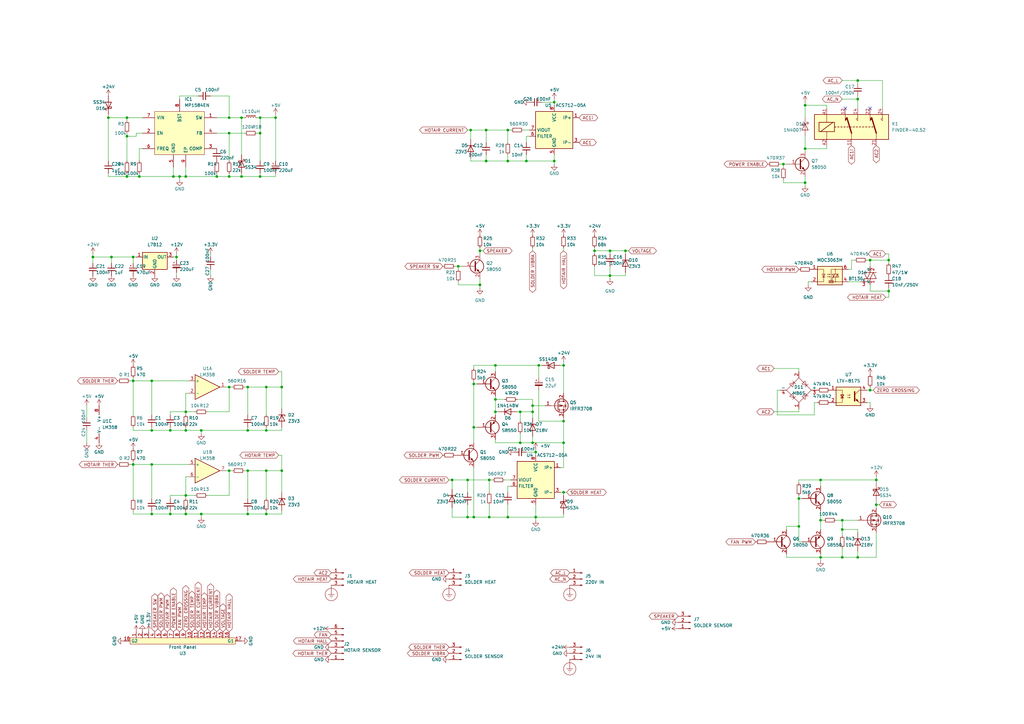
<source format=kicad_sch>
(kicad_sch (version 20230121) (generator eeschema)
  (paper "A3")
  (junction (at 45.72 105.41))
  (junction (at 345.44 217.17))
  (junction (at 359.41 207.01))
  (junction (at 345.44 213.36))
  (junction (at 69.85 210.82))
  (junction (at 250.19 102.87))
  (junction (at 351.79 33.02))
  (junction (at 93.98 158.75))
  (junction (at 330.2 60.96))
  (junction (at 101.6 176.53))
  (junction (at 194.31 157.48))
  (junction (at 200.66 196.85))
  (junction (at 115.57 193.04))
  (junction (at 62.23 156.21))
  (junction (at 101.6 193.04))
  (junction (at 208.28 66.04))
  (junction (at 101.6 158.75))
  (junction (at 243.84 102.87))
  (junction (at 351.79 228.6))
  (junction (at 193.04 53.34))
  (junction (at 88.9 72.39))
  (junction (at 213.36 181.61))
  (junction (at 321.31 67.31))
  (junction (at 327.66 215.9))
  (junction (at 76.2 168.91))
  (junction (at 336.55 213.36))
  (junction (at 38.1 105.41))
  (junction (at 231.14 149.86))
  (junction (at 52.07 72.39))
  (junction (at 356.87 106.68))
  (junction (at 196.85 116.84))
  (junction (at 106.68 54.61))
  (junction (at 191.77 212.09))
  (junction (at 109.22 158.75))
  (junction (at 44.45 48.26))
  (junction (at 93.98 54.61))
  (junction (at 336.55 196.85))
  (junction (at 250.19 113.03))
  (junction (at 115.57 158.75))
  (junction (at 93.98 48.26))
  (junction (at 57.15 72.39))
  (junction (at 99.06 72.39))
  (junction (at 203.2 168.91))
  (junction (at 72.39 105.41))
  (junction (at 76.2 210.82))
  (junction (at 231.14 172.72))
  (junction (at 82.55 176.53))
  (junction (at 62.23 176.53))
  (junction (at 76.2 176.53))
  (junction (at 99.06 48.26))
  (junction (at 203.2 149.86))
  (junction (at 218.44 166.37))
  (junction (at 364.49 119.38))
  (junction (at 231.14 201.93))
  (junction (at 256.54 102.87))
  (junction (at 218.44 168.91))
  (junction (at 54.61 105.41))
  (junction (at 54.61 156.21))
  (junction (at 356.87 160.02))
  (junction (at 215.9 66.04))
  (junction (at 219.71 185.42))
  (junction (at 76.2 72.39))
  (junction (at 330.2 74.93))
  (junction (at 106.68 72.39))
  (junction (at 220.98 149.86))
  (junction (at 109.22 193.04))
  (junction (at 73.66 72.39))
  (junction (at 227.33 66.04))
  (junction (at 54.61 190.5))
  (junction (at 199.39 53.34))
  (junction (at 359.41 196.85))
  (junction (at 200.66 212.09))
  (junction (at 62.23 210.82))
  (junction (at 218.44 181.61))
  (junction (at 203.2 163.83))
  (junction (at 330.2 43.18))
  (junction (at 93.98 193.04))
  (junction (at 52.07 48.26))
  (junction (at 69.85 176.53))
  (junction (at 93.98 72.39))
  (junction (at 109.22 176.53))
  (junction (at 52.07 55.88))
  (junction (at 185.42 196.85))
  (junction (at 194.31 212.09))
  (junction (at 208.28 53.34))
  (junction (at 109.22 210.82))
  (junction (at 62.23 190.5))
  (junction (at 351.79 40.64))
  (junction (at 213.36 168.91))
  (junction (at 71.12 72.39))
  (junction (at 336.55 228.6))
  (junction (at 219.71 212.09))
  (junction (at 227.33 41.91))
  (junction (at 101.6 210.82))
  (junction (at 199.39 66.04))
  (junction (at 113.03 48.26))
  (junction (at 364.49 106.68))
  (junction (at 208.28 212.09))
  (junction (at 345.44 228.6))
  (junction (at 231.14 181.61))
  (junction (at 327.66 204.47))
  (junction (at 191.77 196.85))
  (junction (at 187.96 109.22))
  (junction (at 196.85 102.87))
  (junction (at 82.55 210.82))
  (junction (at 194.31 175.26))
  (junction (at 106.68 48.26))
  (junction (at 76.2 203.2))
  (no_connect (at 356.87 44.45))
  (no_connect (at 346.71 44.45))
  (wire (pts (xy 194.31 175.26) (xy 194.31 181.61)))
  (wire (pts (xy 109.22 158.75) (xy 101.6 158.75)))
  (wire (pts (xy 208.28 201.93) (xy 208.28 199.39)))
  (wire (pts (xy 73.66 72.39) (xy 73.66 73.66)))
  (wire (pts (xy 193.04 66.04) (xy 199.39 66.04)))
  (wire (pts (xy 58.42 54.61) (xy 55.88 54.61)))
  (wire (pts (xy 88.9 48.26) (xy 93.98 48.26)))
  (wire (pts (xy 330.2 48.26) (xy 330.2 43.18)))
  (wire (pts (xy 115.57 176.53) (xy 109.22 176.53)))
  (wire (pts (xy 99.06 48.26) (xy 99.06 63.5)))
  (wire (pts (xy 345.44 213.36) (xy 351.79 213.36)))
  (wire (pts (xy 196.85 102.87) (xy 198.12 102.87)))
  (wire (pts (xy 356.87 166.37) (xy 356.87 165.1)))
  (wire (pts (xy 62.23 176.53) (xy 69.85 176.53)))
  (wire (pts (xy 106.68 48.26) (xy 105.41 48.26)))
  (wire (pts (xy 101.6 170.18) (xy 101.6 158.75)))
  (wire (pts (xy 191.77 196.85) (xy 200.66 196.85)))
  (wire (pts (xy 231.14 171.45) (xy 231.14 172.72)))
  (wire (pts (xy 71.12 72.39) (xy 73.66 72.39)))
  (wire (pts (xy 218.44 101.6) (xy 218.44 102.87)))
  (wire (pts (xy 342.9 213.36) (xy 345.44 213.36)))
  (wire (pts (xy 330.2 55.88) (xy 330.2 60.96)))
  (wire (pts (xy 187.96 115.57) (xy 187.96 116.84)))
  (wire (pts (xy 191.77 53.34) (xy 193.04 53.34)))
  (wire (pts (xy 218.44 179.07) (xy 218.44 181.61)))
  (wire (pts (xy 364.49 121.92) (xy 364.49 119.38)))
  (wire (pts (xy 334.01 165.1) (xy 334.01 170.18)))
  (wire (pts (xy 80.01 168.91) (xy 76.2 168.91)))
  (wire (pts (xy 93.98 158.75) (xy 92.71 158.75)))
  (wire (pts (xy 109.22 170.18) (xy 109.22 158.75)))
  (wire (pts (xy 76.2 168.91) (xy 76.2 170.18)))
  (wire (pts (xy 52.07 55.88) (xy 52.07 54.61)))
  (wire (pts (xy 243.84 113.03) (xy 243.84 109.22)))
  (wire (pts (xy 199.39 66.04) (xy 208.28 66.04)))
  (wire (pts (xy 203.2 181.61) (xy 203.2 180.34)))
  (wire (pts (xy 345.44 224.79) (xy 345.44 228.6)))
  (wire (pts (xy 191.77 212.09) (xy 194.31 212.09)))
  (wire (pts (xy 93.98 203.2) (xy 93.98 193.04)))
  (wire (pts (xy 345.44 217.17) (xy 351.79 217.17)))
  (wire (pts (xy 196.85 101.6) (xy 196.85 102.87)))
  (wire (pts (xy 86.36 39.37) (xy 93.98 39.37)))
  (wire (pts (xy 218.44 166.37) (xy 218.44 168.91)))
  (wire (pts (xy 336.55 213.36) (xy 336.55 217.17)))
  (wire (pts (xy 336.55 228.6) (xy 336.55 229.87)))
  (wire (pts (xy 334.01 170.18) (xy 318.77 170.18)))
  (wire (pts (xy 345.44 40.64) (xy 351.79 40.64)))
  (wire (pts (xy 330.2 74.93) (xy 330.2 72.39)))
  (wire (pts (xy 54.61 175.26) (xy 54.61 176.53)))
  (wire (pts (xy 203.2 163.83) (xy 207.01 163.83)))
  (wire (pts (xy 208.28 63.5) (xy 208.28 66.04)))
  (wire (pts (xy 86.36 104.14) (xy 86.36 105.41)))
  (wire (pts (xy 54.61 156.21) (xy 62.23 156.21)))
  (wire (pts (xy 62.23 204.47) (xy 62.23 190.5)))
  (wire (pts (xy 187.96 116.84) (xy 196.85 116.84)))
  (wire (pts (xy 44.45 46.99) (xy 44.45 48.26)))
  (wire (pts (xy 100.33 193.04) (xy 101.6 193.04)))
  (wire (pts (xy 256.54 113.03) (xy 250.19 113.03)))
  (wire (pts (xy 76.2 161.29) (xy 77.47 161.29)))
  (wire (pts (xy 93.98 158.75) (xy 95.25 158.75)))
  (wire (pts (xy 322.58 227.33) (xy 322.58 228.6)))
  (wire (pts (xy 109.22 193.04) (xy 101.6 193.04)))
  (wire (pts (xy 361.95 44.45) (xy 361.95 33.02)))
  (wire (pts (xy 330.2 60.96) (xy 339.09 60.96)))
  (wire (pts (xy 82.55 210.82) (xy 82.55 212.09)))
  (wire (pts (xy 72.39 111.76) (xy 72.39 113.03)))
  (wire (pts (xy 231.14 181.61) (xy 231.14 191.77)))
  (wire (pts (xy 208.28 212.09) (xy 219.71 212.09)))
  (wire (pts (xy 356.87 106.68) (xy 356.87 109.22)))
  (wire (pts (xy 359.41 196.85) (xy 336.55 196.85)))
  (wire (pts (xy 317.5 151.13) (xy 327.66 151.13)))
  (wire (pts (xy 88.9 71.12) (xy 88.9 72.39)))
  (wire (pts (xy 81.28 39.37) (xy 73.66 39.37)))
  (wire (pts (xy 200.66 212.09) (xy 208.28 212.09)))
  (wire (pts (xy 330.2 43.18) (xy 339.09 43.18)))
  (wire (pts (xy 196.85 118.11) (xy 196.85 116.84)))
  (wire (pts (xy 318.77 160.02) (xy 320.04 160.02)))
  (wire (pts (xy 115.57 152.4) (xy 114.3 152.4)))
  (wire (pts (xy 222.25 41.91) (xy 227.33 41.91)))
  (wire (pts (xy 62.23 156.21) (xy 77.47 156.21)))
  (wire (pts (xy 72.39 104.14) (xy 72.39 105.41)))
  (wire (pts (xy 335.28 165.1) (xy 334.01 165.1)))
  (wire (pts (xy 250.19 113.03) (xy 243.84 113.03)))
  (wire (pts (xy 331.47 115.57) (xy 332.74 115.57)))
  (wire (pts (xy 213.36 168.91) (xy 213.36 172.72)))
  (wire (pts (xy 69.85 176.53) (xy 76.2 176.53)))
  (wire (pts (xy 55.88 54.61) (xy 55.88 55.88)))
  (wire (pts (xy 351.79 218.44) (xy 351.79 217.17)))
  (wire (pts (xy 359.41 228.6) (xy 351.79 228.6)))
  (wire (pts (xy 69.85 209.55) (xy 69.85 210.82)))
  (wire (pts (xy 54.61 204.47) (xy 54.61 190.5)))
  (wire (pts (xy 44.45 48.26) (xy 52.07 48.26)))
  (wire (pts (xy 336.55 228.6) (xy 336.55 227.33)))
  (wire (pts (xy 327.66 151.13) (xy 327.66 152.4)))
  (wire (pts (xy 200.66 207.01) (xy 200.66 212.09)))
  (wire (pts (xy 243.84 102.87) (xy 243.84 104.14)))
  (wire (pts (xy 213.36 181.61) (xy 203.2 181.61)))
  (wire (pts (xy 45.72 105.41) (xy 54.61 105.41)))
  (wire (pts (xy 219.71 212.09) (xy 219.71 213.36)))
  (wire (pts (xy 53.34 190.5) (xy 54.61 190.5)))
  (wire (pts (xy 327.66 196.85) (xy 327.66 198.12)))
  (wire (pts (xy 231.14 148.59) (xy 231.14 149.86)))
  (wire (pts (xy 69.85 168.91) (xy 69.85 170.18)))
  (wire (pts (xy 212.09 168.91) (xy 213.36 168.91)))
  (wire (pts (xy 93.98 48.26) (xy 99.06 48.26)))
  (wire (pts (xy 339.09 60.96) (xy 339.09 59.69)))
  (wire (pts (xy 356.87 158.75) (xy 356.87 160.02)))
  (wire (pts (xy 194.31 156.21) (xy 194.31 157.48)))
  (wire (pts (xy 345.44 228.6) (xy 336.55 228.6)))
  (wire (pts (xy 208.28 53.34) (xy 209.55 53.34)))
  (wire (pts (xy 203.2 163.83) (xy 203.2 168.91)))
  (wire (pts (xy 76.2 168.91) (xy 76.2 161.29)))
  (wire (pts (xy 85.09 168.91) (xy 93.98 168.91)))
  (wire (pts (xy 200.66 196.85) (xy 201.93 196.85)))
  (wire (pts (xy 101.6 176.53) (xy 82.55 176.53)))
  (wire (pts (xy 185.42 200.66) (xy 185.42 196.85)))
  (wire (pts (xy 231.14 161.29) (xy 231.14 149.86)))
  (wire (pts (xy 93.98 54.61) (xy 100.33 54.61)))
  (wire (pts (xy 219.71 207.01) (xy 219.71 212.09)))
  (wire (pts (xy 363.22 104.14) (xy 364.49 104.14)))
  (wire (pts (xy 212.09 163.83) (xy 218.44 163.83)))
  (wire (pts (xy 115.57 193.04) (xy 109.22 193.04)))
  (wire (pts (xy 250.19 109.22) (xy 250.19 113.03)))
  (wire (pts (xy 231.14 181.61) (xy 218.44 181.61)))
  (wire (pts (xy 113.03 72.39) (xy 113.03 71.12)))
  (wire (pts (xy 62.23 156.21) (xy 62.23 170.18)))
  (wire (pts (xy 113.03 66.04) (xy 113.03 48.26)))
  (wire (pts (xy 195.58 157.48) (xy 194.31 157.48)))
  (wire (pts (xy 231.14 201.93) (xy 231.14 203.2)))
  (wire (pts (xy 219.71 184.15) (xy 219.71 185.42)))
  (wire (pts (xy 38.1 105.41) (xy 45.72 105.41)))
  (wire (pts (xy 54.61 209.55) (xy 54.61 210.82)))
  (wire (pts (xy 76.2 210.82) (xy 82.55 210.82)))
  (wire (pts (xy 57.15 71.12) (xy 57.15 72.39)))
  (wire (pts (xy 54.61 154.94) (xy 54.61 156.21)))
  (wire (pts (xy 85.09 203.2) (xy 93.98 203.2)))
  (wire (pts (xy 52.07 55.88) (xy 52.07 66.04)))
  (wire (pts (xy 218.44 166.37) (xy 223.52 166.37)))
  (wire (pts (xy 356.87 116.84) (xy 356.87 119.38)))
  (wire (pts (xy 44.45 71.12) (xy 44.45 72.39)))
  (wire (pts (xy 219.71 212.09) (xy 231.14 212.09)))
  (wire (pts (xy 199.39 58.42) (xy 199.39 53.34)))
  (wire (pts (xy 86.36 110.49) (xy 86.36 113.03)))
  (wire (pts (xy 71.12 68.58) (xy 71.12 72.39)))
  (wire (pts (xy 194.31 175.26) (xy 195.58 175.26)))
  (wire (pts (xy 93.98 54.61) (xy 88.9 54.61)))
  (wire (pts (xy 215.9 58.42) (xy 215.9 55.88)))
  (wire (pts (xy 72.39 105.41) (xy 72.39 106.68)))
  (wire (pts (xy 203.2 168.91) (xy 203.2 170.18)))
  (wire (pts (xy 203.2 149.86) (xy 194.31 149.86)))
  (wire (pts (xy 115.57 186.69) (xy 115.57 193.04)))
  (wire (pts (xy 101.6 209.55) (xy 101.6 210.82)))
  (wire (pts (xy 69.85 168.91) (xy 76.2 168.91)))
  (wire (pts (xy 317.5 168.91) (xy 327.66 168.91)))
  (wire (pts (xy 250.19 102.87) (xy 250.19 104.14)))
  (wire (pts (xy 345.44 33.02) (xy 351.79 33.02)))
  (wire (pts (xy 351.79 44.45) (xy 351.79 40.64)))
  (wire (pts (xy 351.79 40.64) (xy 351.79 39.37)))
  (wire (pts (xy 327.66 222.25) (xy 327.66 215.9)))
  (wire (pts (xy 76.2 176.53) (xy 76.2 175.26)))
  (wire (pts (xy 215.9 185.42) (xy 219.71 185.42)))
  (wire (pts (xy 351.79 228.6) (xy 345.44 228.6)))
  (wire (pts (xy 114.3 186.69) (xy 115.57 186.69)))
  (wire (pts (xy 330.2 76.2) (xy 330.2 74.93)))
  (wire (pts (xy 62.23 175.26) (xy 62.23 176.53)))
  (wire (pts (xy 327.66 196.85) (xy 336.55 196.85)))
  (wire (pts (xy 44.45 72.39) (xy 52.07 72.39)))
  (wire (pts (xy 231.14 210.82) (xy 231.14 212.09)))
  (wire (pts (xy 106.68 72.39) (xy 113.03 72.39)))
  (wire (pts (xy 199.39 53.34) (xy 208.28 53.34)))
  (wire (pts (xy 38.1 104.14) (xy 38.1 105.41)))
  (wire (pts (xy 44.45 66.04) (xy 44.45 48.26)))
  (wire (pts (xy 88.9 72.39) (xy 93.98 72.39)))
  (wire (pts (xy 100.33 158.75) (xy 101.6 158.75)))
  (wire (pts (xy 71.12 105.41) (xy 72.39 105.41)))
  (wire (pts (xy 115.57 158.75) (xy 115.57 152.4)))
  (wire (pts (xy 199.39 63.5) (xy 199.39 66.04)))
  (wire (pts (xy 322.58 228.6) (xy 336.55 228.6)))
  (wire (pts (xy 363.22 121.92) (xy 364.49 121.92)))
  (wire (pts (xy 250.19 102.87) (xy 243.84 102.87)))
  (wire (pts (xy 101.6 204.47) (xy 101.6 193.04)))
  (wire (pts (xy 99.06 48.26) (xy 100.33 48.26)))
  (wire (pts (xy 218.44 166.37) (xy 218.44 163.83)))
  (wire (pts (xy 227.33 41.91) (xy 227.33 43.18)))
  (wire (pts (xy 364.49 104.14) (xy 364.49 106.68)))
  (wire (pts (xy 76.2 203.2) (xy 76.2 195.58)))
  (wire (pts (xy 109.22 175.26) (xy 109.22 176.53)))
  (wire (pts (xy 214.63 53.34) (xy 217.17 53.34)))
  (wire (pts (xy 106.68 66.04) (xy 106.68 54.61)))
  (wire (pts (xy 52.07 72.39) (xy 52.07 71.12)))
  (wire (pts (xy 322.58 215.9) (xy 327.66 215.9)))
  (wire (pts (xy 204.47 168.91) (xy 203.2 168.91)))
  (wire (pts (xy 330.2 41.91) (xy 330.2 43.18)))
  (wire (pts (xy 93.98 39.37) (xy 93.98 48.26)))
  (wire (pts (xy 52.07 48.26) (xy 58.42 48.26)))
  (wire (pts (xy 105.41 54.61) (xy 106.68 54.61)))
  (wire (pts (xy 331.47 116.84) (xy 331.47 115.57)))
  (wire (pts (xy 336.55 213.36) (xy 337.82 213.36)))
  (wire (pts (xy 93.98 72.39) (xy 99.06 72.39)))
  (wire (pts (xy 200.66 201.93) (xy 200.66 196.85)))
  (wire (pts (xy 54.61 189.23) (xy 54.61 190.5)))
  (wire (pts (xy 231.14 172.72) (xy 231.14 181.61)))
  (wire (pts (xy 115.57 210.82) (xy 109.22 210.82)))
  (wire (pts (xy 203.2 162.56) (xy 203.2 163.83)))
  (wire (pts (xy 109.22 209.55) (xy 109.22 210.82)))
  (wire (pts (xy 359.41 205.74) (xy 359.41 207.01)))
  (wire (pts (xy 113.03 46.99) (xy 113.03 48.26)))
  (wire (pts (xy 76.2 72.39) (xy 88.9 72.39)))
  (wire (pts (xy 336.55 196.85) (xy 336.55 199.39)))
  (wire (pts (xy 57.15 60.96) (xy 58.42 60.96)))
  (wire (pts (xy 99.06 71.12) (xy 99.06 72.39)))
  (wire (pts (xy 361.95 33.02) (xy 351.79 33.02)))
  (wire (pts (xy 113.03 48.26) (xy 106.68 48.26)))
  (wire (pts (xy 193.04 57.15) (xy 193.04 53.34)))
  (wire (pts (xy 93.98 71.12) (xy 93.98 72.39)))
  (wire (pts (xy 359.41 207.01) (xy 360.68 207.01)))
  (wire (pts (xy 69.85 175.26) (xy 69.85 176.53)))
  (wire (pts (xy 82.55 176.53) (xy 76.2 176.53)))
  (wire (pts (xy 185.42 196.85) (xy 191.77 196.85)))
  (wire (pts (xy 231.14 201.93) (xy 232.41 201.93)))
  (wire (pts (xy 52.07 49.53) (xy 52.07 48.26)))
  (wire (pts (xy 229.87 201.93) (xy 231.14 201.93)))
  (wire (pts (xy 359.41 198.12) (xy 359.41 196.85)))
  (wire (pts (xy 356.87 160.02) (xy 358.14 160.02)))
  (wire (pts (xy 227.33 40.64) (xy 227.33 41.91)))
  (wire (pts (xy 218.44 168.91) (xy 218.44 171.45)))
  (wire (pts (xy 115.57 167.64) (xy 115.57 158.75)))
  (wire (pts (xy 109.22 204.47) (xy 109.22 193.04)))
  (wire (pts (xy 194.31 191.77) (xy 194.31 212.09)))
  (wire (pts (xy 62.23 210.82) (xy 69.85 210.82)))
  (wire (pts (xy 327.66 203.2) (xy 327.66 204.47)))
  (wire (pts (xy 106.68 54.61) (xy 106.68 48.26)))
  (wire (pts (xy 185.42 208.28) (xy 185.42 212.09)))
  (wire (pts (xy 231.14 149.86) (xy 229.87 149.86)))
  (wire (pts (xy 76.2 68.58) (xy 76.2 72.39)))
  (wire (pts (xy 364.49 106.68) (xy 356.87 106.68)))
  (wire (pts (xy 243.84 101.6) (xy 243.84 102.87)))
  (wire (pts (xy 215.9 55.88) (xy 217.17 55.88)))
  (wire (pts (xy 256.54 102.87) (xy 257.81 102.87)))
  (wire (pts (xy 69.85 203.2) (xy 76.2 203.2)))
  (wire (pts (xy 327.66 215.9) (xy 327.66 204.47)))
  (wire (pts (xy 184.15 196.85) (xy 185.42 196.85)))
  (wire (pts (xy 69.85 203.2) (xy 69.85 204.47)))
  (wire (pts (xy 54.61 105.41) (xy 54.61 107.95)))
  (wire (pts (xy 364.49 119.38) (xy 364.49 118.11)))
  (wire (pts (xy 318.77 170.18) (xy 318.77 160.02)))
  (wire (pts (xy 220.98 149.86) (xy 203.2 149.86)))
  (wire (pts (xy 187.96 109.22) (xy 186.69 109.22)))
  (wire (pts (xy 196.85 102.87) (xy 196.85 104.14)))
  (wire (pts (xy 231.14 101.6) (xy 231.14 102.87)))
  (wire (pts (xy 203.2 149.86) (xy 203.2 152.4)))
  (wire (pts (xy 321.31 67.31) (xy 322.58 67.31)))
  (wire (pts (xy 115.57 209.55) (xy 115.57 210.82)))
  (wire (pts (xy 220.98 149.86) (xy 220.98 154.94)))
  (wire (pts (xy 355.6 160.02) (xy 356.87 160.02)))
  (wire (pts (xy 194.31 212.09) (xy 200.66 212.09)))
  (wire (pts (xy 196.85 116.84) (xy 196.85 114.3)))
  (wire (pts (xy 115.57 158.75) (xy 109.22 158.75)))
  (wire (pts (xy 327.66 168.91) (xy 327.66 167.64)))
  (wire (pts (xy 347.98 115.57) (xy 353.06 115.57)))
  (wire (pts (xy 54.61 210.82) (xy 62.23 210.82)))
  (wire (pts (xy 82.55 210.82) (xy 101.6 210.82)))
  (wire (pts (xy 207.01 196.85) (xy 209.55 196.85)))
  (wire (pts (xy 35.56 166.37) (xy 35.56 171.45)))
  (wire (pts (xy 218.44 181.61) (xy 213.36 181.61)))
  (wire (pts (xy 213.36 177.8) (xy 213.36 181.61)))
  (wire (pts (xy 350.52 106.68) (xy 349.25 106.68)))
  (wire (pts (xy 355.6 106.68) (xy 356.87 106.68)))
  (wire (pts (xy 213.36 168.91) (xy 218.44 168.91)))
  (wire (pts (xy 208.28 207.01) (xy 208.28 212.09)))
  (wire (pts (xy 187.96 109.22) (xy 189.23 109.22)))
  (wire (pts (xy 222.25 149.86) (xy 220.98 149.86)))
  (wire (pts (xy 115.57 175.26) (xy 115.57 176.53)))
  (wire (pts (xy 256.54 102.87) (xy 250.19 102.87)))
  (wire (pts (xy 93.98 66.04) (xy 93.98 54.61)))
  (wire (pts (xy 250.19 113.03) (xy 250.19 114.3)))
  (wire (pts (xy 106.68 71.12) (xy 106.68 72.39)))
  (wire (pts (xy 322.58 217.17) (xy 322.58 215.9)))
  (wire (pts (xy 193.04 64.77) (xy 193.04 66.04)))
  (wire (pts (xy 351.79 226.06) (xy 351.79 228.6)))
  (wire (pts (xy 193.04 53.34) (xy 199.39 53.34)))
  (wire (pts (xy 208.28 66.04) (xy 215.9 66.04)))
  (wire (pts (xy 328.93 222.25) (xy 327.66 222.25)))
  (wire (pts (xy 187.96 110.49) (xy 187.96 109.22)))
  (wire (pts (xy 35.56 176.53) (xy 35.56 181.61)))
  (wire (pts (xy 115.57 201.93) (xy 115.57 193.04)))
  (wire (pts (xy 345.44 217.17) (xy 345.44 219.71)))
  (wire (pts (xy 53.34 156.21) (xy 54.61 156.21)))
  (wire (pts (xy 76.2 210.82) (xy 76.2 209.55)))
  (wire (pts (xy 57.15 72.39) (xy 71.12 72.39)))
  (wire (pts (xy 191.77 201.93) (xy 191.77 196.85)))
  (wire (pts (xy 55.88 55.88) (xy 52.07 55.88)))
  (wire (pts (xy 99.06 72.39) (xy 106.68 72.39)))
  (wire (pts (xy 256.54 111.76) (xy 256.54 113.03)))
  (wire (pts (xy 336.55 209.55) (xy 336.55 213.36)))
  (wire (pts (xy 256.54 104.14) (xy 256.54 102.87)))
  (wire (pts (xy 57.15 66.04) (xy 57.15 60.96)))
  (wire (pts (xy 351.79 34.29) (xy 351.79 33.02)))
  (wire (pts (xy 38.1 107.95) (xy 38.1 105.41)))
  (wire (pts (xy 76.2 203.2) (xy 76.2 204.47)))
  (wire (pts (xy 191.77 207.01) (xy 191.77 212.09)))
  (wire (pts (xy 109.22 176.53) (xy 101.6 176.53)))
  (wire (pts (xy 330.2 60.96) (xy 330.2 62.23)))
  (wire (pts (xy 364.49 107.95) (xy 364.49 106.68)))
  (wire (pts (xy 345.44 213.36) (xy 345.44 217.17)))
  (wire (pts (xy 93.98 168.91) (xy 93.98 158.75)))
  (wire (pts (xy 194.31 149.86) (xy 194.31 151.13)))
  (wire (pts (xy 229.87 191.77) (xy 231.14 191.77)))
  (wire (pts (xy 215.9 66.04) (xy 227.33 66.04)))
  (wire (pts (xy 62.23 209.55) (xy 62.23 210.82)))
  (wire (pts (xy 208.28 58.42) (xy 208.28 53.34)))
  (wire (pts (xy 220.98 160.02) (xy 220.98 172.72)))
  (wire (pts (xy 45.72 107.95) (xy 45.72 105.41)))
  (wire (pts (xy 359.41 218.44) (xy 359.41 228.6)))
  (wire (pts (xy 55.88 105.41) (xy 54.61 105.41)))
  (wire (pts (xy 82.55 176.53) (xy 82.55 177.8)))
  (wire (pts (xy 52.07 72.39) (xy 57.15 72.39)))
  (wire (pts (xy 73.66 72.39) (xy 76.2 72.39)))
  (wire (pts (xy 194.31 157.48) (xy 194.31 175.26)))
  (wire (pts (xy 101.6 175.26) (xy 101.6 176.53)))
  (wire (pts (xy 73.66 39.37) (xy 73.66 40.64)))
  (wire (pts (xy 327.66 204.47) (xy 328.93 204.47)))
  (wire (pts (xy 321.31 67.31) (xy 320.04 67.31)))
  (wire (pts (xy 219.71 185.42) (xy 219.71 186.69)))
  (wire (pts (xy 185.42 212.09) (xy 191.77 212.09)))
  (wire (pts (xy 93.98 193.04) (xy 95.25 193.04)))
  (wire (pts (xy 80.01 203.2) (xy 76.2 203.2)))
  (wire (pts (xy 356.87 119.38) (xy 364.49 119.38)))
  (wire (pts (xy 359.41 207.01) (xy 359.41 208.28)))
  (wire (pts (xy 54.61 190.5) (xy 62.23 190.5)))
  (wire (pts (xy 339.09 43.18) (xy 339.09 44.45)))
  (wire (pts (xy 54.61 170.18) (xy 54.61 156.21)))
  (wire (pts (xy 93.98 193.04) (xy 92.71 193.04)))
  (wire (pts (xy 356.87 165.1) (xy 355.6 165.1)))
  (wire (pts (xy 215.9 63.5) (xy 215.9 66.04)))
  (wire (pts (xy 321.31 73.66) (xy 321.31 74.93)))
  (wire (pts (xy 220.98 172.72) (xy 231.14 172.72)))
  (wire (pts (xy 321.31 74.93) (xy 330.2 74.93)))
  (wire (pts (xy 76.2 195.58) (xy 77.47 195.58)))
  (wire (pts (xy 349.25 106.68) (xy 349.25 110.49)))
  (wire (pts (xy 208.28 199.39) (xy 209.55 199.39)))
  (wire (pts (xy 321.31 68.58) (xy 321.31 67.31)))
  (wire (pts (xy 349.25 110.49) (xy 347.98 110.49)))
  (wire (pts (xy 227.33 67.31) (xy 227.33 66.04)))
  (wire (pts (xy 54.61 176.53) (xy 62.23 176.53)))
  (wire (pts (xy 359.41 195.58) (xy 359.41 196.85)))
  (wire (pts (xy 62.23 190.5) (xy 77.47 190.5)))
  (wire (pts (xy 109.22 210.82) (xy 101.6 210.82)))
  (wire (pts (xy 69.85 210.82) (xy 76.2 210.82)))
  (wire (pts (xy 227.33 66.04) (xy 227.33 63.5)))
  (global_label "SOLDER THER" (shape bidirectional) (at 48.26 156.21 180) (property "Intersheetrefs" "${INTERSHEET_REFS}" (effects hide)))
  (global_label "SOLDER VIBRA" (shape bidirectional) (at 218.44 102.87 270) (property "Intersheetrefs" "${INTERSHEET_REFS}" (effects hide)))
  (global_label "HOTAIR THER" (shape bidirectional) (at 48.26 190.5 180) (property "Intersheetrefs" "${INTERSHEET_REFS}" (effects hide)))
  (global_label "HOTAIR HALL" (shape bidirectional) (at 231.14 102.87 270) (property "Intersheetrefs" "${INTERSHEET_REFS}" (effects hide)))
  (global_label "SOLDER VIBRA" (shape bidirectional) (at 88.9 259.08 90) (property "Intersheetrefs" "${INTERSHEET_REFS}" (effects hide)))
  (global_label "AC_N" (shape bidirectional) (at 233.68 237.49 180) (property "Intersheetrefs" "${INTERSHEET_REFS}" (effects hide)))
  (global_label "HOTAIR PWM" (shape bidirectional) (at 68.58 259.08 90) (property "Intersheetrefs" "${INTERSHEET_REFS}" (effects hide)))
  (global_label "FAN" (shape bidirectional) (at 360.68 207.01 0) (property "Intersheetrefs" "${INTERSHEET_REFS}" (effects hide)))
  (global_label "HOTAIR HALL" (shape bidirectional) (at 93.98 259.08 90) (property "Intersheetrefs" "${INTERSHEET_REFS}" (effects hide)))
  (global_label "AC1i" (shape bidirectional) (at 237.49 48.26 0) (property "Intersheetrefs" "${INTERSHEET_REFS}" (effects hide)))
  (global_label "SOLDER PWM" (shape bidirectional) (at 66.04 259.08 90) (property "Intersheetrefs" "${INTERSHEET_REFS}" (effects hide)))
  (global_label "AC1" (shape bidirectional) (at 363.22 104.14 180) (property "Intersheetrefs" "${INTERSHEET_REFS}" (effects hide)))
  (global_label "HOTAIR HEAT" (shape bidirectional) (at 363.22 121.92 180) (property "Intersheetrefs" "${INTERSHEET_REFS}" (effects hide)))
  (global_label "AC_N" (shape bidirectional) (at 345.44 40.64 180) (property "Intersheetrefs" "${INTERSHEET_REFS}" (effects hide)))
  (global_label "AC1" (shape bidirectional) (at 317.5 151.13 180) (property "Intersheetrefs" "${INTERSHEET_REFS}" (effects hide)))
  (global_label "SPEAKER" (shape bidirectional) (at 198.12 102.87 0) (property "Intersheetrefs" "${INTERSHEET_REFS}" (effects hide)))
  (global_label "SOLDER TEMP" (shape bidirectional) (at 114.3 152.4 180) (property "Intersheetrefs" "${INTERSHEET_REFS}" (effects hide)))
  (global_label "AC2" (shape bidirectional) (at 317.5 168.91 180) (property "Intersheetrefs" "${INTERSHEET_REFS}" (effects hide)))
  (global_label "POWER ENABLE" (shape bidirectional) (at 314.96 67.31 180) (property "Intersheetrefs" "${INTERSHEET_REFS}" (effects hide)))
  (global_label "ZERO CROSSING" (shape bidirectional) (at 358.14 160.02 0) (property "Intersheetrefs" "${INTERSHEET_REFS}" (effects hide)))
  (global_label "ZERO CROSSING" (shape bidirectional) (at 76.2 259.08 90) (property "Intersheetrefs" "${INTERSHEET_REFS}" (effects hide)))
  (global_label "HOTAIR HEAT" (shape bidirectional) (at 135.89 237.49 180) (property "Intersheetrefs" "${INTERSHEET_REFS}" (effects hide)))
  (global_label "SOLDER CURRENT" (shape bidirectional) (at 184.15 196.85 180) (property "Intersheetrefs" "${INTERSHEET_REFS}" (effects hide)))
  (global_label "AC1" (shape bidirectional) (at 237.49 58.42 0) (property "Intersheetrefs" "${INTERSHEET_REFS}" (effects hide)))
  (global_label "VOLTAGE" (shape bidirectional) (at 257.81 102.87 0) (property "Intersheetrefs" "${INTERSHEET_REFS}" (effects hide)))
  (global_label "AC2" (shape bidirectional) (at 135.89 234.95 180) (property "Intersheetrefs" "${INTERSHEET_REFS}" (effects hide)))
  (global_label "HOTAIR TEMP" (shape bidirectional) (at 114.3 186.69 180) (property "Intersheetrefs" "${INTERSHEET_REFS}" (effects hide)))
  (global_label "HOTAIR PWM" (shape bidirectional) (at 327.66 110.49 180) (property "Intersheetrefs" "${INTERSHEET_REFS}" (effects hide)))
  (global_label "HOTAIR THER" (shape bidirectional) (at 135.89 267.97 180) (property "Intersheetrefs" "${INTERSHEET_REFS}" (effects hide)))
  (global_label "FAN" (shape bidirectional) (at 135.89 260.35 180) (property "Intersheetrefs" "${INTERSHEET_REFS}" (effects hide)))
  (global_label "SPEAKER" (shape bidirectional) (at 278.13 252.73 180) (property "Intersheetrefs" "${INTERSHEET_REFS}" (effects hide)))
  (global_label "SOLDER PWM" (shape bidirectional) (at 181.61 186.69 180) (property "Intersheetrefs" "${INTERSHEET_REFS}" (effects hide)))
  (global_label "SOLDER HEAT" (shape bidirectional) (at 232.41 201.93 0) (property "Intersheetrefs" "${INTERSHEET_REFS}" (effects hide)))
  (global_label "VOLTAGE" (shape bidirectional) (at 91.44 259.08 90) (property "Intersheetrefs" "${INTERSHEET_REFS}" (effects hide)))
  (global_label "AC2" (shape bidirectional) (at 359.41 59.69 270) (property "Intersheetrefs" "${INTERSHEET_REFS}" (effects hide)))
  (global_label "HOTAIR TEMP" (shape bidirectional) (at 83.82 259.08 90) (property "Intersheetrefs" "${INTERSHEET_REFS}" (effects hide)))
  (global_label "HOTAIR CURRENT" (shape bidirectional) (at 191.77 53.34 180) (property "Intersheetrefs" "${INTERSHEET_REFS}" (effects hide)))
  (global_label "SOLDER THER" (shape bidirectional) (at 184.15 265.43 180) (property "Intersheetrefs" "${INTERSHEET_REFS}" (effects hide)))
  (global_label "FAN PWM" (shape bidirectional) (at 309.88 222.25 180) (property "Intersheetrefs" "${INTERSHEET_REFS}" (effects hide)))
  (global_label "SOLDER HEAT" (shape bidirectional) (at 184.15 234.95 180) (property "Intersheetrefs" "${INTERSHEET_REFS}" (effects hide)))
  (global_label "POWER ENABLE" (shape bidirectional) (at 71.12 259.08 90) (property "Intersheetrefs" "${INTERSHEET_REFS}" (effects hide)))
  (global_label "SOLDER TEMP" (shape bidirectional) (at 78.74 259.08 90) (property "Intersheetrefs" "${INTERSHEET_REFS}" (effects hide)))
  (global_label "HOTAIR HALL" (shape bidirectional) (at 135.89 262.89 180) (property "Intersheetrefs" "${INTERSHEET_REFS}" (effects hide)))
  (global_label "HOTAIR CURRENT" (shape bidirectional) (at 86.36 259.08 90) (property "Intersheetrefs" "${INTERSHEET_REFS}" (effects hide)))
  (global_label "SPEAKER SW" (shape bidirectional) (at 63.5 259.08 90) (property "Intersheetrefs" "${INTERSHEET_REFS}" (effects hide)))
  (global_label "SOLDER CURRENT" (shape bidirectional) (at 81.28 259.08 90) (property "Intersheetrefs" "${INTERSHEET_REFS}" (effects hide)))
  (global_label "FAN PWM" (shape bidirectional) (at 73.66 259.08 90) (property "Intersheetrefs" "${INTERSHEET_REFS}" (effects hide)))
  (global_label "SPEAKER SW" (shape bidirectional) (at 181.61 109.22 180) (property "Intersheetrefs" "${INTERSHEET_REFS}" (effects hide)))
  (global_label "SOLDER VIBRA" (shape bidirectional) (at 184.15 267.97 180) (property "Intersheetrefs" "${INTERSHEET_REFS}" (effects hide)))
  (global_label "AC_L" (shape bidirectional) (at 233.68 234.95 180) (property "Intersheetrefs" "${INTERSHEET_REFS}" (effects hide)))
  (global_label "AC1i" (shape bidirectional) (at 349.25 59.69 270) (property "Intersheetrefs" "${INTERSHEET_REFS}" (effects hide)))
  (global_label "AC_L" (shape bidirectional) (at 345.44 33.02 180) (property "Intersheetrefs" "${INTERSHEET_REFS}" (effects hide)))
  (symbol (lib_id "power:GND") (at 73.66 73.66 0) (unit 1)
    (property "Reference" "#PWR013" (effects hide))
    (property "Value" "GND" (at 73.66 77.47 0))
  )
  (symbol (lib_id "power:GND") (at 40.64 181.61 0) (unit 1)
    (property "Reference" "#PWR02" (effects hide))
    (property "Value" "GND" (at 40.64 185.42 0))
  )
  (symbol (lib_id "Device:R_Small") (at 218.44 99.06 0) (mirror y) (unit 1)
    (property "Reference" "R32" (at 219.71 97.79 0) (effects (justify right)))
    (property "Value" "10k" (at 219.71 100.33 0) (effects (justify right)))
    (property "Footprint" "Resistor_SMD:R_0603_1608Metric" (effects hide))
  )
  (symbol (lib_id "Device:R_Small") (at 52.07 68.58 0) (mirror y) (unit 1)
    (property "Reference" "R4" (at 48.26 67.31 0) (effects (justify right)))
    (property "Value" "100k" (at 46.99 71.12 0) (effects (justify right)))
    (property "Footprint" "Resistor_SMD:R_0603_1608Metric" (effects hide))
  )
  (symbol (lib_id "Device:Q_TRIAC_A1A2G") (at 356.87 113.03 0) (unit 1)
    (property "Reference" "D14" (at 351.79 111.76 0) (effects (justify left)))
    (property "Value" "BT136" (at 347.98 114.3 0) (effects (justify left)))
    (property "Footprint" "Package_TO_SOT_SMD:TO-252-2" (effects hide))
  )
  (symbol (lib_id "Device:R_Small") (at 57.15 68.58 0) (mirror y) (unit 1)
    (property "Reference" "R9" (at 53.34 67.31 0) (effects (justify right)))
    (property "Value" "100k" (at 52.07 71.12 0) (effects (justify right)))
    (property "Footprint" "Resistor_SMD:R_0603_1608Metric" (effects hide))
  )
  (symbol (lib_id "Device:R_Small") (at 317.5 67.31 90) (mirror x) (unit 1)
    (property "Reference" "R37" (at 320.04 64.77 90))
    (property "Value" "470" (at 316.23 64.77 90))
    (property "Footprint" "Resistor_SMD:R_0603_1608Metric" (effects hide))
  )
  (symbol (lib_id "Connector:Conn_01x03_Male") (at 189.23 267.97 180) (unit 1)
    (property "Reference" "J4" (at 190.5 266.6999 0) (effects (justify right)))
    (property "Value" "SOLDER SENSOR" (at 190.5 269.2399 0) (effects (justify right)))
    (property "Footprint" "XH_2.54mm_Conn:XH_3P_2.54mm_Vertical" (effects hide))
  )
  (symbol (lib_id "Device:C_Small") (at 86.36 107.95 180) (unit 1)
    (property "Reference" "C27" (at 85.09 109.22 90) (effects (justify left)))
    (property "Value" "100nF" (at 85.09 101.6 90) (effects (justify left)))
    (property "Footprint" "Capacitor_SMD:C_0603_1608Metric" (effects hide))
  )
  (symbol (lib_id "Device:R_Small") (at 82.55 168.91 90) (unit 1)
    (property "Reference" "R12" (at 83.82 166.37 90))
    (property "Value" "10k" (at 80.01 166.37 90))
    (property "Footprint" "Resistor_SMD:R_0603_1608Metric" (effects hide))
  )
  (symbol (lib_id "Amplifier_Operational:LM358") (at 85.09 193.04 0) (unit 2)
    (property "Reference" "U1" (at 85.09 185.42 0))
    (property "Value" "LM358" (at 85.09 187.96 0))
    (property "Footprint" "Package_SO:SOIC-8_3.9x4.9mm_P1.27mm" (effects hide))
    (property "Datasheet" "http://www.ti.com/lit/ds/symlink/lm2904-n.pdf" (effects hide))
  )
  (symbol (lib_id "Diode:MBR1020VL") (at 330.2 52.07 270) (unit 1)
    (property "Reference" "D12" (at 326.39 50.8 90) (effects (justify left)))
    (property "Value" "1N4007" (at 321.31 53.34 90) (effects (justify left)))
    (property "Footprint" "Diode_SMD:D_SOD-123F" (effects hide))
    (property "Datasheet" "https://www.onsemi.com/pub/Collateral/MBR1020VL-D.PDF" (effects hide))
  )
  (symbol (lib_id "Amplifier_Operational:LM358") (at 85.09 158.75 0) (unit 1)
    (property "Reference" "U1" (at 85.09 151.13 0))
    (property "Value" "LM358" (at 85.09 153.67 0))
    (property "Footprint" "Package_SO:SOIC-8_3.9x4.9mm_P1.27mm" (effects hide))
    (property "Datasheet" "http://www.ti.com/lit/ds/symlink/lm2904-n.pdf" (effects hide))
  )
  (symbol (lib_id "Transistor_BJT:BC857") (at 200.66 175.26 0) (mirror x) (unit 1)
    (property "Reference" "Q4" (at 205.74 173.9899 0) (effects (justify left)))
    (property "Value" "S8550" (at 205.74 176.5299 0) (effects (justify left)))
    (property "Footprint" "Package_TO_SOT_SMD:SOT-23" (effects hide))
    (property "Datasheet" "https://www.onsemi.com/pub/Collateral/BC860-D.pdf" (effects hide))
  )
  (symbol (lib_id "Device:R_Small") (at 50.8 156.21 90) (unit 1)
    (property "Reference" "R1" (at 52.07 153.67 90))
    (property "Value" "0" (at 49.53 153.67 90))
    (property "Footprint" "Resistor_SMD:R_0603_1608Metric" (effects hide))
  )
  (symbol (lib_id "Diode:CDBA340-HF") (at 99.06 67.31 270) (unit 1)
    (property "Reference" "D1" (at 100.33 66.04 90) (effects (justify left)))
    (property "Value" "SS34" (at 100.33 68.58 90) (effects (justify left)))
    (property "Footprint" "Diode_SMD:D_SMA" (effects hide))
    (property "Datasheet" "https://www.comchiptech.com/admin/files/product/CDBA340-HF%20Thru193640.%20CDBA3100-HF%20RevB.pdf" (effects hide))
  )
  (symbol (lib_id "power:+3.3V") (at 356.87 153.67 0) (unit 1)
    (property "Reference" "#PWR047" (effects hide))
    (property "Value" "+3.3V" (at 356.87 149.86 0))
  )
  (symbol (lib_id "Transistor_BJT:BC847") (at 194.31 109.22 0) (unit 1)
    (property "Reference" "Q2" (at 199.39 107.9499 0) (effects (justify left)))
    (property "Value" "S8050" (at 199.39 110.4899 0) (effects (justify left)))
    (property "Footprint" "Package_TO_SOT_SMD:SOT-23" (effects hide))
    (property "Datasheet" "http://www.infineon.com/dgdl/Infineon-BC847SERIES_BC848SERIES_BC849SERIES_BC850SERIES-DS-v01_01-en.pdf?fileId=db3a304314dca389011541d4630a1657" (effects hide))
  )
  (symbol (lib_id "Device:R_Small") (at 76.2 172.72 180) (unit 1)
    (property "Reference" "R10" (at 77.47 171.45 0) (effects (justify right)))
    (property "Value" "22k" (at 77.47 173.99 0) (effects (justify right)))
    (property "Footprint" "Resistor_SMD:R_0603_1608Metric" (effects hide))
  )
  (symbol (lib_id "power:+5V") (at 40.64 166.37 0) (unit 1)
    (property "Reference" "#PWR01" (effects hide))
    (property "Value" "+5V" (at 40.64 162.56 0))
  )
  (symbol (lib_id "Device:R_Small") (at 93.98 68.58 0) (unit 1)
    (property "Reference" "R15" (at 95.25 67.31 0) (effects (justify left)))
    (property "Value" "22k" (at 95.25 69.85 0) (effects (justify left)))
    (property "Footprint" "Resistor_SMD:R_0603_1608Metric" (effects hide))
  )
  (symbol (lib_id "power:+5V") (at 330.2 41.91 0) (unit 1)
    (property "Reference" "#PWR043" (effects hide))
    (property "Value" "+5V" (at 330.2 38.1 0))
  )
  (symbol (lib_id "power:GND") (at 38.1 113.03 0) (mirror y) (unit 1)
    (property "Reference" "#PWR0105" (effects hide))
    (property "Value" "GND" (at 38.1 116.84 0))
  )
  (symbol (lib_id "Device:R_Small") (at 356.87 156.21 0) (mirror y) (unit 1)
    (property "Reference" "R46" (at 359.41 154.9399 0) (effects (justify right)))
    (property "Value" "10k" (at 359.41 157.4799 0) (effects (justify right)))
    (property "Footprint" "Resistor_SMD:R_0603_1608Metric" (effects hide))
  )
  (symbol (lib_id "Connector:Conn_01x03_Male") (at 283.21 255.27 180) (unit 1)
    (property "Reference" "J7" (at 284.48 253.9999 0) (effects (justify right)))
    (property "Value" "SOLDER SENSOR" (at 284.48 256.5399 0) (effects (justify right)))
    (property "Footprint" "XH_2.54mm_Conn:XH_3P_2.54mm_Vertical" (effects hide))
  )
  (symbol (lib_id "Device:R_Small") (at 184.15 109.22 90) (mirror x) (unit 1)
    (property "Reference" "R21" (at 185.42 106.68 90))
    (property "Value" "470" (at 181.61 106.68 90))
    (property "Footprint" "Resistor_SMD:R_0603_1608Metric" (effects hide))
  )
  (symbol (lib_id "power:GND") (at 278.13 255.27 270) (unit 1)
    (property "Reference" "#PWR0107" (effects hide))
    (property "Value" "GND" (at 273.05 255.27 90))
  )
  (symbol (lib_id "Device:R_Small") (at 187.96 113.03 0) (mirror x) (unit 1)
    (property "Reference" "R23" (at 186.69 111.76 0) (effects (justify right)))
    (property "Value" "10k" (at 186.69 114.3 0) (effects (justify right)))
    (property "Footprint" "Resistor_SMD:R_0603_1608Metric" (effects hide))
  )
  (symbol (lib_id "Device:R_Small") (at 97.79 158.75 90) (unit 1)
    (property "Reference" "R16" (at 99.06 156.21 90))
    (property "Value" "560" (at 95.25 156.21 90))
    (property "Footprint" "Resistor_SMD:R_0603_1608Metric" (effects hide))
  )
  (symbol (lib_id "Device:R_Small") (at 204.47 196.85 90) (mirror x) (unit 1)
    (property "Reference" "R27" (at 205.74 194.31 90))
    (property "Value" "560" (at 201.93 194.31 90))
    (property "Footprint" "Resistor_SMD:R_0603_1608Metric" (effects hide))
  )
  (symbol (lib_id "FPC_Connector:FPC_16p") (at 74.93 262.89 90) (unit 1)
    (property "Reference" "U3" (at 74.93 267.97 90))
    (property "Value" "Front Panel" (at 74.93 265.43 90))
    (property "Footprint" "FPC_Connector:FPC_16P_1mm" (effects hide))
  )
  (symbol (lib_id "Device:C_Small") (at 208.28 204.47 0) (mirror y) (unit 1)
    (property "Reference" "C13" (at 207.01 203.2 0) (effects (justify left)))
    (property "Value" "10nF" (at 207.01 205.74 0) (effects (justify left)))
    (property "Footprint" "Capacitor_SMD:C_0603_1608Metric" (effects hide))
  )
  (symbol (lib_id "power:Earth_Protective") (at 233.68 270.51 0) (unit 1)
    (property "Reference" "#PWR040" (effects hide))
    (property "Value" "Earth_Protective" (effects hide))
  )
  (symbol (lib_id "Device:R_Small") (at 337.82 160.02 90) (mirror x) (unit 1)
    (property "Reference" "R41" (at 339.09 157.48 90))
    (property "Value" "47k" (at 335.28 157.48 90))
    (property "Footprint" "Resistor_SMD:R_0603_1608Metric" (effects hide))
  )
  (symbol (lib_id "Device:R_Small") (at 330.2 110.49 90) (mirror x) (unit 1)
    (property "Reference" "R40" (at 331.47 107.95 90))
    (property "Value" "470" (at 327.66 107.95 90))
    (property "Footprint" "Resistor_SMD:R_0603_1608Metric" (effects hide))
  )
  (symbol (lib_id "Transistor_BJT:BC847") (at 200.66 157.48 0) (unit 1)
    (property "Reference" "Q3" (at 205.74 156.2099 0) (effects (justify left)))
    (property "Value" "S8050" (at 205.74 158.7499 0) (effects (justify left)))
    (property "Footprint" "Package_TO_SOT_SMD:SOT-23" (effects hide))
    (property "Datasheet" "http://www.infineon.com/dgdl/Infineon-BC847SERIES_BC848SERIES_BC849SERIES_BC850SERIES-DS-v01_01-en.pdf?fileId=db3a304314dca389011541d4630a1657" (effects hide))
  )
  (symbol (lib_id "Device:R_Small") (at 212.09 53.34 90) (mirror x) (unit 1)
    (property "Reference" "R30" (at 214.63 50.8 90))
    (property "Value" "560" (at 210.82 50.8 90))
    (property "Footprint" "Resistor_SMD:R_0603_1608Metric" (effects hide))
  )
  (symbol (lib_id "Device:R_Small") (at 213.36 175.26 0) (mirror y) (unit 1)
    (property "Reference" "R31" (at 214.63 173.99 0) (effects (justify right)))
    (property "Value" "10k" (at 214.63 176.53 0) (effects (justify right)))
    (property "Footprint" "Resistor_SMD:R_0603_1608Metric" (effects hide))
  )
  (symbol (lib_id "Device:C_Small") (at 199.39 60.96 0) (mirror y) (unit 1)
    (property "Reference" "C12" (at 198.12 59.69 0) (effects (justify left)))
    (property "Value" "100nF" (at 198.12 63.5 0) (effects (justify left)))
    (property "Footprint" "Capacitor_SMD:C_0603_1608Metric" (effects hide))
  )
  (symbol (lib_id "Device:R_Small") (at 52.07 52.07 0) (mirror y) (unit 1)
    (property "Reference" "R3" (at 48.26 50.8 0) (effects (justify right)))
    (property "Value" "100k" (at 46.99 54.61 0) (effects (justify right)))
    (property "Footprint" "Resistor_SMD:R_0603_1608Metric" (effects hide))
  )
  (symbol (lib_id "Device:R_Small") (at 353.06 106.68 90) (mirror x) (unit 1)
    (property "Reference" "R45" (at 354.33 104.14 90))
    (property "Value" "470" (at 350.52 104.14 90))
    (property "Footprint" "Resistor_SMD:R_0603_1608Metric" (effects hide))
  )
  (symbol (lib_id "power:+3.3V") (at 60.96 259.08 0) (unit 1)
    (property "Reference" "#PWR010" (effects hide))
    (property "Value" "+3.3V" (at 60.96 254 90))
  )
  (symbol (lib_id "Connector:Conn_01x06_Male") (at 140.97 265.43 180) (unit 1)
    (property "Reference" "J2" (at 140.97 264.16 0) (effects (justify right)))
    (property "Value" "HOTAIR SENSOR" (at 140.97 266.7 0) (effects (justify right)))
    (property "Footprint" "XH_2.54mm_Conn:XH_6P_2.54mm_Vertical" (effects hide))
  )
  (symbol (lib_id "Device:R_Small") (at 196.85 99.06 0) (mirror y) (unit 1)
    (property "Reference" "R25" (at 198.12 97.79 0) (effects (justify right)))
    (property "Value" "10k" (at 198.12 100.33 0) (effects (justify right)))
    (property "Footprint" "Resistor_SMD:R_0603_1608Metric" (effects hide))
  )
  (symbol (lib_id "Transistor_BJT:BC847") (at 191.77 186.69 0) (unit 1)
    (property "Reference" "Q1" (at 196.85 185.4199 0) (effects (justify left)))
    (property "Value" "S8050" (at 196.85 187.9599 0) (effects (justify left)))
    (property "Footprint" "Package_TO_SOT_SMD:SOT-23" (effects hide))
    (property "Datasheet" "http://www.infineon.com/dgdl/Infineon-BC847SERIES_BC848SERIES_BC849SERIES_BC850SERIES-DS-v01_01-en.pdf?fileId=db3a304314dca389011541d4630a1657" (effects hide))
  )
  (symbol (lib_id "power:+5V") (at 227.33 40.64 0) (unit 1)
    (property "Reference" "#PWR033" (effects hide))
    (property "Value" "+5V" (at 227.33 36.83 0))
  )
  (symbol (lib_id "power:GND") (at 336.55 229.87 0) (unit 1)
    (property "Reference" "#PWR046" (effects hide))
    (property "Value" "GND" (at 336.55 233.68 0))
  )
  (symbol (lib_id "power:+5V") (at 35.56 166.37 0) (unit 1)
    (property "Reference" "#PWR0101" (effects hide))
    (property "Value" "+5V" (at 35.56 162.56 0))
  )
  (symbol (lib_id "Device:R_Small") (at 337.82 165.1 90) (mirror x) (unit 1)
    (property "Reference" "R42" (at 339.09 162.56 90))
    (property "Value" "47k" (at 335.28 162.56 90))
    (property "Footprint" "Resistor_SMD:R_0603_1608Metric" (effects hide))
  )
  (symbol (lib_id "Device:C_Small") (at 101.6 172.72 0) (unit 1)
    (property "Reference" "C7" (at 102.87 171.45 0) (effects (justify left)))
    (property "Value" "100nF" (at 102.87 173.99 0) (effects (justify left)))
    (property "Footprint" "Capacitor_SMD:C_0603_1608Metric" (effects hide))
  )
  (symbol (lib_id "Device:C_Small") (at 213.36 185.42 90) (unit 1)
    (property "Reference" "C25" (at 212.09 184.15 90) (effects (justify left)))
    (property "Value" "100nF" (at 219.71 184.15 90) (effects (justify left)))
    (property "Footprint" "Capacitor_SMD:C_0603_1608Metric" (effects hide))
  )
  (symbol (lib_id "Diode:CDBA340-HF") (at 359.41 201.93 270) (unit 1)
    (property "Reference" "D15" (at 360.68 200.66 90) (effects (justify left)))
    (property "Value" "SS34" (at 360.68 203.2 90) (effects (justify left)))
    (property "Footprint" "Diode_SMD:D_SMA" (effects hide))
    (property "Datasheet" "https://www.comchiptech.com/admin/files/product/CDBA340-HF%20Thru193640.%20CDBA3100-HF%20RevB.pdf" (effects hide))
  )
  (symbol (lib_id "power:GND") (at 210.82 185.42 270) (unit 1)
    (property "Reference" "#PWR0109" (effects hide))
    (property "Value" "GND" (at 204.47 185.42 90) (effects (justify left)))
  )
  (symbol (lib_id "power:+24V") (at 38.1 104.14 0) (unit 1)
    (property "Reference" "#PWR05" (effects hide))
    (property "Value" "+24V" (at 38.1 100.33 0))
  )
  (symbol (lib_id "Device:R_Small") (at 340.36 213.36 90) (mirror x) (unit 1)
    (property "Reference" "R44" (at 341.63 210.82 90))
    (property "Value" "100" (at 337.82 210.82 90))
    (property "Footprint" "Resistor_SMD:R_0603_1608Metric" (effects hide))
  )
  (symbol (lib_id "Diode:BZV55B18") (at 218.44 175.26 270) (unit 1)
    (property "Reference" "D7" (at 219.71 173.99 90) (effects (justify left)))
    (property "Value" "Z18V" (at 219.71 176.53 90) (effects (justify left)))
    (property "Footprint" "Diode_SMD:D_MiniMELF" (effects hide))
    (property "Datasheet" "https://assets.nexperia.com/documents/data-sheet/BZV55_SER.pdf" (effects hide))
  )
  (symbol (lib_id "Device:R_Small") (at 88.9 68.58 0) (mirror y) (unit 1)
    (property "Reference" "R14" (at 85.09 67.31 0) (effects (justify right)))
    (property "Value" "100k" (at 83.82 71.12 0) (effects (justify right)))
    (property "Footprint" "Resistor_SMD:R_0603_1608Metric" (effects hide))
  )
  (symbol (lib_id "power:+12V") (at 135.89 257.81 90) (unit 1)
    (property "Reference" "#PWR021" (effects hide))
    (property "Value" "+12V" (at 130.81 257.81 90))
  )
  (symbol (lib_id "power:+5V") (at 219.71 184.15 0) (unit 1)
    (property "Reference" "#PWR031" (effects hide))
    (property "Value" "+5V" (at 223.52 182.88 0))
  )
  (symbol (lib_id "power:GND") (at 227.33 67.31 0) (unit 1)
    (property "Reference" "#PWR034" (effects hide))
    (property "Value" "GND" (at 227.33 71.12 0))
  )
  (symbol (lib_id "Device:C_Small") (at 69.85 207.01 0) (unit 1)
    (property "Reference" "C4" (at 71.12 205.74 0) (effects (justify left)))
    (property "Value" "100nF" (at 71.12 208.28 0) (effects (justify left)))
    (property "Footprint" "Capacitor_SMD:C_0603_1608Metric" (effects hide))
  )
  (symbol (lib_id "Regulator_Linear:L7812") (at 63.5 105.41 0) (unit 1)
    (property "Reference" "U2" (at 63.5 97.79 0))
    (property "Value" "L7812" (at 63.5 100.33 0))
    (property "Footprint" "Package_TO_SOT_SMD:TO-263-3_TabPin2" (effects hide))
    (property "Datasheet" "http://www.st.com/content/ccc/resource/technical/document/datasheet/41/4f/b3/b0/12/d4/47/88/CD00000444.pdf/files/CD00000444.pdf/jcr:content/translations/en.CD00000444.pdf" (effects hide))
  )
  (symbol (lib_id "power:GND") (at 35.56 181.61 0) (unit 1)
    (property "Reference" "#PWR0102" (effects hide))
    (property "Value" "GND" (at 35.56 187.96 90) (effects (justify left)))
  )
  (symbol (lib_id "Device:L_Ferrite_Small") (at 102.87 48.26 90) (unit 1)
    (property "Reference" "L1" (at 100.33 45.72 90))
    (property "Value" "10uH" (at 104.14 45.72 90))
    (property "Footprint" "Inductor_SMD:L_Abracon_ASPI-0630LR" (effects hide))
  )
  (symbol (lib_id "Device:C_Small") (at 250.19 106.68 0) (unit 1)
    (property "Reference" "C16" (at 251.46 105.41 0) (effects (justify left)))
    (property "Value" "100nF" (at 250.19 107.95 0) (effects (justify left)))
    (property "Footprint" "Capacitor_SMD:C_0603_1608Metric" (effects hide))
  )
  (symbol (lib_id "power:GND") (at 50.8 262.89 270) (unit 1)
    (property "Reference" "#PWR03" (effects hide))
    (property "Value" "GND" (at 46.99 262.89 0))
  )
  (symbol (lib_id "Device:R_Small") (at 54.61 172.72 180) (unit 1)
    (property "Reference" "R6" (at 55.88 171.45 0) (effects (justify right)))
    (property "Value" "10k" (at 55.88 173.99 0) (effects (justify right)))
    (property "Footprint" "Resistor_SMD:R_0603_1608Metric" (effects hide))
  )
  (symbol (lib_id "power:+24V") (at 44.45 39.37 0) (unit 1)
    (property "Reference" "#PWR04" (effects hide))
    (property "Value" "+24V" (at 44.45 35.56 0))
  )
  (symbol (lib_id "Device:C_Small") (at 351.79 36.83 0) (mirror y) (unit 1)
    (property "Reference" "C17" (at 350.52 35.56 0) (effects (justify left)))
    (property "Value" "100nF/250V" (at 350.52 38.1 0) (effects (justify left)))
    (property "Footprint" "Capacitor_THT:C_Rect_L13.0mm_W5.0mm_P10.00mm_FKS3_FKP3_MKS4" (effects hide))
  )
  (symbol (lib_id "power:GND") (at 217.17 41.91 270) (unit 1)
    (property "Reference" "#PWR0110" (effects hide))
    (property "Value" "GND" (at 210.82 41.91 90) (effects (justify left)))
  )
  (symbol (lib_id "power:GND") (at 135.89 265.43 270) (unit 1)
    (property "Reference" "#PWR022" (effects hide))
    (property "Value" "GND" (at 130.81 265.43 90))
  )
  (symbol (lib_id "Device:R_Small") (at 345.44 222.25 0) (mirror y) (unit 1)
    (property "Reference" "R43" (at 346.71 220.98 0) (effects (justify right)))
    (property "Value" "10k" (at 346.71 223.52 0) (effects (justify right)))
    (property "Footprint" "Resistor_SMD:R_0603_1608Metric" (effects hide))
  )
  (symbol (lib_id "power:GND") (at 233.68 267.97 270) (unit 1)
    (property "Reference" "#PWR039" (effects hide))
    (property "Value" "GND" (at 228.6 267.97 90))
  )
  (symbol (lib_id "power:GND") (at 331.47 116.84 0) (unit 1)
    (property "Reference" "#PWR045" (effects hide))
    (property "Value" "GND" (at 331.47 121.92 0))
  )
  (symbol (lib_id "Device:C_Small") (at 62.23 172.72 0) (unit 1)
    (property "Reference" "C1" (at 63.5 171.45 0) (effects (justify left)))
    (property "Value" "100nF" (at 63.5 173.99 0) (effects (justify left)))
    (property "Footprint" "Capacitor_SMD:C_0603_1608Metric" (effects hide))
  )
  (symbol (lib_id "Diode:BZV55B3V3") (at 185.42 204.47 270) (unit 1)
    (property "Reference" "D4" (at 181.61 203.2 90) (effects (justify left)))
    (property "Value" "Z3V3" (at 179.07 205.74 90) (effects (justify left)))
    (property "Footprint" "Diode_SMD:D_MiniMELF" (effects hide))
    (property "Datasheet" "https://assets.nexperia.com/documents/data-sheet/BZV55_SER.pdf" (effects hide))
  )
  (symbol (lib_id "power:GND") (at 82.55 177.8 0) (unit 1)
    (property "Reference" "#PWR014" (effects hide))
    (property "Value" "GND" (at 82.55 181.61 0))
  )
  (symbol (lib_id "Device:C_Small") (at 106.68 68.58 0) (unit 1)
    (property "Reference" "C9" (at 107.95 67.31 0) (effects (justify left)))
    (property "Value" "100nF" (at 107.95 69.85 0) (effects (justify left)))
    (property "Footprint" "Capacitor_SMD:C_0603_1608Metric" (effects hide))
  )
  (symbol (lib_id "power:Earth_Protective") (at 135.89 240.03 0) (unit 1)
    (property "Reference" "#PWR020" (effects hide))
    (property "Value" "Earth_Protective" (effects hide))
  )
  (symbol (lib_id "Device:C_Polarized_Small") (at 72.39 109.22 0) (unit 1)
    (property "Reference" "C23" (at 73.66 107.95 0) (effects (justify left)))
    (property "Value" "220uF" (at 73.66 110.49 0) (effects (justify left)))
    (property "Footprint" "Capacitor_SMD:CP_Elec_6.3x7.7" (effects hide))
  )
  (symbol (lib_id "Connector:Conn_01x03_Male") (at 140.97 237.49 0) (mirror y) (unit 1)
    (property "Reference" "J1" (at 142.24 236.2199 0) (effects (justify right)))
    (property "Value" "HOTAIR HEAT" (at 142.24 238.7599 0) (effects (justify right)))
    (property "Footprint" "Connector_JST:JST_VH_B3P-VH-B_1x03_P3.96mm_Vertical" (effects hide))
  )
  (symbol (lib_id "Device:C_Small") (at 62.23 207.01 0) (unit 1)
    (property "Reference" "C2" (at 63.5 205.74 0) (effects (justify left)))
    (property "Value" "100nF" (at 63.5 208.28 0) (effects (justify left)))
    (property "Footprint" "Capacitor_SMD:C_0603_1608Metric" (effects hide))
  )
  (symbol (lib_id "power:Earth_Protective") (at 233.68 240.03 0) (unit 1)
    (property "Reference" "#PWR037" (effects hide))
    (property "Value" "Earth_Protective" (effects hide))
  )
  (symbol (lib_id "Device:R_Small") (at 243.84 106.68 0) (mirror y) (unit 1)
    (property "Reference" "R35" (at 245.11 105.41 0) (effects (justify right)))
    (property "Value" "5k6" (at 245.11 107.95 0) (effects (justify right)))
    (property "Footprint" "Resistor_SMD:R_0603_1608Metric" (effects hide))
  )
  (symbol (lib_id "Relay_SolidState:MOC3063M") (at 340.36 113.03 0) (unit 1)
    (property "Reference" "U6" (at 340.36 104.14 0))
    (property "Value" "MOC3063M" (at 340.36 106.68 0))
    (property "Footprint" "Package_DIP:DIP-6_W7.62mm_LongPads" (effects hide))
    (property "Datasheet" "https://www.onsemi.com/pub/Collateral/MOC3163M-D.pdf" (effects hide))
  )
  (symbol (lib_id "Device:R_Small") (at 109.22 172.72 0) (unit 1)
    (property "Reference" "R19" (at 110.49 171.45 0) (effects (justify left)))
    (property "Value" "10k" (at 110.49 173.99 0) (effects (justify left)))
    (property "Footprint" "Resistor_SMD:R_0603_1608Metric" (effects hide))
  )
  (symbol (lib_id "Device:R_Small") (at 97.79 193.04 90) (unit 1)
    (property "Reference" "R17" (at 99.06 190.5 90))
    (property "Value" "560" (at 95.25 190.5 90))
    (property "Footprint" "Resistor_SMD:R_0603_1608Metric" (effects hide))
  )
  (symbol (lib_id "Device:R_Small") (at 321.31 71.12 0) (mirror x) (unit 1)
    (property "Reference" "R38" (at 320.04 69.85 0) (effects (justify right)))
    (property "Value" "10k" (at 320.04 72.39 0) (effects (justify right)))
    (property "Footprint" "Resistor_SMD:R_0603_1608Metric" (effects hide))
  )
  (symbol (lib_id "power:+12V") (at 359.41 195.58 0) (unit 1)
    (property "Reference" "#PWR049" (effects hide))
    (property "Value" "+12V" (at 359.41 191.77 0))
  )
  (symbol (lib_id "power:GND") (at 45.72 113.03 0) (mirror y) (unit 1)
    (property "Reference" "#PWR0104" (effects hide))
    (property "Value" "GND" (at 45.72 116.84 0))
  )
  (symbol (lib_id "power:GND") (at 72.39 113.03 0) (mirror y) (unit 1)
    (property "Reference" "#PWR0106" (effects hide))
    (property "Value" "GND" (at 72.39 116.84 0))
  )
  (symbol (lib_id "Device:R_Small") (at 209.55 163.83 90) (mirror x) (unit 1)
    (property "Reference" "R29" (at 210.82 161.29 90))
    (property "Value" "47" (at 208.28 161.29 90))
    (property "Footprint" "Resistor_SMD:R_0603_1608Metric" (effects hide))
  )
  (symbol (lib_id "power:GND") (at 99.06 262.89 90) (unit 1)
    (property "Reference" "#PWR018" (effects hide))
    (property "Value" "GND" (at 102.87 262.89 0))
  )
  (symbol (lib_id "Transistor_BJT:BC847") (at 320.04 222.25 0) (unit 1)
    (property "Reference" "Q6" (at 325.12 220.9799 0) (effects (justify left)))
    (property "Value" "S8050" (at 325.12 223.5199 0) (effects (justify left)))
    (property "Footprint" "Package_TO_SOT_SMD:SOT-23" (effects hide))
    (property "Datasheet" "http://www.infineon.com/dgdl/Infineon-BC847SERIES_BC848SERIES_BC849SERIES_BC850SERIES-DS-v01_01-en.pdf?fileId=db3a304314dca389011541d4630a1657" (effects hide))
  )
  (symbol (lib_id "Device:R_Small") (at 312.42 222.25 90) (mirror x) (unit 1)
    (property "Reference" "R36" (at 313.69 219.71 90))
    (property "Value" "470" (at 309.88 219.71 90))
    (property "Footprint" "Resistor_SMD:R_0603_1608Metric" (effects hide))
  )
  (symbol (lib_id "power:GND") (at 250.19 114.3 0) (unit 1)
    (property "Reference" "#PWR042" (effects hide))
    (property "Value" "GND" (at 250.19 119.38 0))
  )
  (symbol (lib_id "Diode_Bridge:MB6S") (at 327.66 160.02 0) (unit 1)
    (property "Reference" "D11" (at 327.66 158.75 0))
    (property "Value" "MB6S" (at 327.66 161.29 0))
    (property "Footprint" "Package_TO_SOT_SMD:TO-269AA" (effects hide))
    (property "Datasheet" "http://www.vishay.com/docs/88573/dfs.pdf" (effects hide))
  )
  (symbol (lib_id "power:GND") (at 86.36 113.03 0) (unit 1)
    (property "Reference" "#PWR017" (effects hide))
    (property "Value" "GND" (at 86.36 119.38 90) (effects (justify left)))
  )
  (symbol (lib_id "power:GND") (at 54.61 113.03 0) (mirror y) (unit 1)
    (property "Reference" "#PWR0103" (effects hide))
    (property "Value" "GND" (at 54.61 116.84 0))
  )
  (symbol (lib_id "power:GND") (at 330.2 76.2 0) (unit 1)
    (property "Reference" "#PWR044" (effects hide))
    (property "Value" "GND" (at 330.2 80.01 0))
  )
  (symbol (lib_id "Device:R_Small") (at 102.87 54.61 90) (unit 1)
    (property "Reference" "R18" (at 105.41 52.07 90))
    (property "Value" "120k" (at 101.6 52.07 90))
    (property "Footprint" "Resistor_SMD:R_0603_1608Metric" (effects hide))
  )
  (symbol (lib_id "Diode:CDBA340-HF") (at 44.45 43.18 90) (unit 1)
    (property "Reference" "D16" (at 43.18 44.45 90) (effects (justify left)))
    (property "Value" "SS34" (at 43.18 41.91 90) (effects (justify left)))
    (property "Footprint" "Diode_SMD:D_SMA" (effects hide))
    (property "Datasheet" "https://www.comchiptech.com/admin/files/product/CDBA340-HF%20Thru193640.%20CDBA3100-HF%20RevB.pdf" (effects hide))
  )
  (symbol (lib_id "Device:R_Small") (at 82.55 203.2 90) (unit 1)
    (property "Reference" "R13" (at 83.82 200.66 90))
    (property "Value" "10k" (at 80.01 200.66 90))
    (property "Footprint" "Resistor_SMD:R_0603_1608Metric" (effects hide))
  )
  (symbol (lib_id "power:GND") (at 184.15 237.49 270) (unit 1)
    (property "Reference" "#PWR025" (effects hide))
    (property "Value" "GND" (at 179.07 237.49 90))
  )
  (symbol (lib_id "Device:C_Polarized_Small") (at 113.03 68.58 0) (unit 1)
    (property "Reference" "C10" (at 114.3 67.31 0) (effects (justify left)))
    (property "Value" "220uF" (at 114.3 69.85 0) (effects (justify left)))
    (property "Footprint" "Capacitor_SMD:CP_Elec_6.3x7.7" (effects hide))
  )
  (symbol (lib_id "power:GND") (at 356.87 166.37 0) (unit 1)
    (property "Reference" "#PWR048" (effects hide))
    (property "Value" "GND" (at 356.87 170.18 0))
  )
  (symbol (lib_id "Device:C_Polarized_Small") (at 220.98 157.48 0) (unit 1)
    (property "Reference" "C15" (at 223.52 155.6638 0) (effects (justify left)))
    (property "Value" "22uF" (at 223.52 158.2038 0) (effects (justify left)))
    (property "Footprint" "Capacitor_Tantalum_SMD:CP_EIA-6032-20_AVX-F" (effects hide))
  )
  (symbol (lib_id "Diode:CDBA340-HF") (at 231.14 207.01 270) (unit 1)
    (property "Reference" "D9" (at 232.41 205.74 90) (effects (justify left)))
    (property "Value" "SS34" (at 232.41 208.28 90) (effects (justify left)))
    (property "Footprint" "Diode_SMD:D_SMA" (effects hide))
    (property "Datasheet" "https://www.comchiptech.com/admin/files/product/CDBA340-HF%20Thru193640.%20CDBA3100-HF%20RevB.pdf" (effects hide))
  )
  (symbol (lib_id "power:+3.3V") (at 231.14 96.52 0) (unit 1)
    (property "Reference" "#PWR035" (effects hide))
    (property "Value" "+3.3V" (at 231.14 92.71 0))
  )
  (symbol (lib_id "Device:C_Small") (at 191.77 204.47 0) (mirror y) (unit 1)
    (property "Reference" "C11" (at 190.5 203.2 0) (effects (justify left)))
    (property "Value" "100nF" (at 191.77 205.74 0) (effects (justify left)))
    (property "Footprint" "Capacitor_SMD:C_0603_1608Metric" (effects hide))
  )
  (symbol (lib_id "power:GND") (at 63.5 113.03 0) (mirror y) (unit 1)
    (property "Reference" "#PWR011" (effects hide))
    (property "Value" "GND" (at 63.5 116.84 0))
  )
  (symbol (lib_id "Device:C_Small") (at 38.1 110.49 0) (unit 1)
    (property "Reference" "C21" (at 39.37 109.22 0) (effects (justify left)))
    (property "Value" "100nF" (at 39.37 111.76 0) (effects (justify left)))
    (property "Footprint" "Capacitor_SMD:C_0603_1608Metric" (effects hide))
  )
  (symbol (lib_id "Device:C_Small") (at 215.9 60.96 0) (mirror y) (unit 1)
    (property "Reference" "C14" (at 214.63 59.69 0) (effects (justify left)))
    (property "Value" "10nF" (at 214.63 63.5 0) (effects (justify left)))
    (property "Footprint" "Capacitor_SMD:C_0603_1608Metric" (effects hide))
  )
  (symbol (lib_id "Transistor_BJT:BC857") (at 334.01 222.25 0) (mirror x) (unit 1)
    (property "Reference" "Q9" (at 339.09 220.98 0) (effects (justify left)))
    (property "Value" "S8550" (at 339.09 223.52 0) (effects (justify left)))
    (property "Footprint" "Package_TO_SOT_SMD:SOT-23" (effects hide))
    (property "Datasheet" "https://www.onsemi.com/pub/Collateral/BC860-D.pdf" (effects hide))
  )
  (symbol (lib_id "Device:R_Small") (at 327.66 200.66 0) (mirror y) (unit 1)
    (property "Reference" "R39" (at 328.93 199.39 0) (effects (justify right)))
    (property "Value" "5k6" (at 328.93 201.93 0) (effects (justify right)))
    (property "Footprint" "Resistor_SMD:R_0603_1608Metric" (effects hide))
  )
  (symbol (lib_id "Device:C_Small") (at 364.49 115.57 0) (unit 1)
    (property "Reference" "C18" (at 365.76 114.3 0) (effects (justify left)))
    (property "Value" "10nF/250V" (at 365.76 116.84 0) (effects (justify left)))
    (property "Footprint" "Capacitor_SMD:C_1206_3216Metric" (effects hide))
  )
  (symbol (lib_id "Device:R_Small") (at 109.22 207.01 0) (unit 1)
    (property "Reference" "R20" (at 110.49 205.74 0) (effects (justify left)))
    (property "Value" "10k" (at 110.49 208.28 0) (effects (justify left)))
    (property "Footprint" "Resistor_SMD:R_0603_1608Metric" (effects hide))
  )
  (symbol (lib_id "power:+24V") (at 233.68 265.43 90) (unit 1)
    (property "Reference" "#PWR038" (effects hide))
    (property "Value" "+24V" (at 228.6 265.43 90))
  )
  (symbol (lib_id "Transistor_BJT:BC847") (at 327.66 67.31 0) (unit 1)
    (property "Reference" "Q7" (at 332.74 66.0399 0) (effects (justify left)))
    (property "Value" "S8050" (at 332.74 68.5799 0) (effects (justify left)))
    (property "Footprint" "Package_TO_SOT_SMD:SOT-23" (effects hide))
    (property "Datasheet" "http://www.infineon.com/dgdl/Infineon-BC847SERIES_BC848SERIES_BC849SERIES_BC850SERIES-DS-v01_01-en.pdf?fileId=db3a304314dca389011541d4630a1657" (effects hide))
  )
  (symbol (lib_id "Device:R_Small") (at 364.49 110.49 0) (mirror y) (unit 1)
    (property "Reference" "R47" (at 365.76 109.22 0) (effects (justify right)))
    (property "Value" "47/1W" (at 365.76 111.76 0) (effects (justify right)))
    (property "Footprint" "Resistor_SMD:R_1206_3216Metric" (effects hide))
  )
  (symbol (lib_id "power:+5V") (at 278.13 257.81 90) (unit 1)
    (property "Reference" "#PWR0108" (effects hide))
    (property "Value" "+5V" (at 273.05 257.81 90))
  )
  (symbol (lib_id "Sensor_Current:ACS712xLCTR-05B") (at 227.33 53.34 0) (mirror y) (unit 1)
    (property "Reference" "U5" (at 223.52 43.18 0) (effects (justify right)))
    (property "Value" "ACS712-05A" (at 227.8506 43.18 0) (effects (justify right)))
    (property "Footprint" "Package_SO:SOIC-8_3.9x4.9mm_P1.27mm" (effects hide))
    (property "Datasheet" "http://www.allegromicro.com/~/media/Files/Datasheets/ACS712-Datasheet.ashx?la=en" (effects hide))
  )
  (symbol (lib_id "Device:R_Small") (at 243.84 99.06 0) (mirror y) (unit 1)
    (property "Reference" "R34" (at 245.11 97.79 0) (effects (justify right)))
    (property "Value" "68k" (at 245.11 100.33 0) (effects (justify right)))
    (property "Footprint" "Resistor_SMD:R_0603_1608Metric" (effects hide))
  )
  (symbol (lib_id "Device:C_Small") (at 69.85 172.72 0) (unit 1)
    (property "Reference" "C3" (at 71.12 171.45 0) (effects (justify left)))
    (property "Value" "100nF" (at 71.12 173.99 0) (effects (justify left)))
    (property "Footprint" "Capacitor_SMD:C_0603_1608Metric" (effects hide))
  )
  (symbol (lib_id "power:+24V") (at 231.14 148.59 0) (unit 1)
    (property "Reference" "#PWR036" (effects hide))
    (property "Value" "+24V" (at 231.14 144.78 0))
  )
  (symbol (lib_id "Device:R_Small") (at 76.2 207.01 180) (unit 1)
    (property "Reference" "R11" (at 77.47 205.74 0) (effects (justify right)))
    (property "Value" "22k" (at 77.47 208.28 0) (effects (justify right)))
    (property "Footprint" "Resistor_SMD:R_0603_1608Metric" (effects hide))
  )
  (symbol (lib_id "Device:C_Small") (at 88.9 63.5 0) (unit 1)
    (property "Reference" "C6" (at 90.17 62.23 0) (effects (justify left)))
    (property "Value" "220nF" (at 90.17 64.77 0) (effects (justify left)))
    (property "Footprint" "Capacitor_SMD:C_0603_1608Metric" (effects hide))
  )
  (symbol (lib_id "Connector:Conn_01x03_Male") (at 238.76 237.49 0) (mirror y) (unit 1)
    (property "Reference" "J5" (at 240.03 236.2199 0) (effects (justify right)))
    (property "Value" "220V IN" (at 240.03 238.7599 0) (effects (justify right)))
    (property "Footprint" "Connector_JST:JST_VH_B3P-VH-B_1x03_P3.96mm_Vertical" (effects hide))
  )
  (symbol (lib_id "power:+5V") (at 55.88 259.08 0) (mirror y) (unit 1)
    (property "Reference" "#PWR08" (effects hide))
    (property "Value" "+5V" (at 55.88 254 90))
  )
  (symbol (lib_id "Amplifier_Operational:LM358") (at 43.18 173.99 0) (unit 3)
    (property "Reference" "U1" (at 41.91 172.7199 0) (effects (justify left)))
    (property "Value" "LM358" (at 41.91 175.2599 0) (effects (justify left)))
    (property "Footprint" "Package_SO:SOIC-8_3.9x4.9mm_P1.27mm" (effects hide))
    (property "Datasheet" "http://www.ti.com/lit/ds/symlink/lm2904-n.pdf" (effects hide))
  )
  (symbol (lib_id "power:+5V") (at 113.03 46.99 0) (unit 1)
    (property "Reference" "#PWR019" (effects hide))
    (property "Value" "+5V" (at 113.03 43.18 0))
  )
  (symbol (lib_id "power:+12V") (at 72.39 104.14 0) (unit 1)
    (property "Reference" "#PWR012" (effects hide))
    (property "Value" "+12V" (at 72.39 100.33 0))
  )
  (symbol (lib_id "Sensor_Current:ACS712xLCTR-05B") (at 219.71 196.85 0) (mirror y) (unit 1)
    (property "Reference" "U4" (at 215.9 186.69 0) (effects (justify right)))
    (property "Value" "ACS712-05A" (at 220.2306 186.69 0) (effects (justify right)))
    (property "Footprint" "Package_SO:SOIC-8_3.9x4.9mm_P1.27mm" (effects hide))
    (property "Datasheet" "http://www.allegromicro.com/~/media/Files/Datasheets/ACS712-Datasheet.ashx?la=en" (effects hide))
  )
  (symbol (lib_id "power:+5V") (at 54.61 184.15 0) (unit 1)
    (property "Reference" "#PWR07" (effects hide))
    (property "Value" "+5V" (at 54.61 180.34 0))
  )
  (symbol (lib_id "Diode:CDBA340-HF") (at 226.06 149.86 0) (unit 1)
    (property "Reference" "D8" (at 227.33 147.32 0))
    (property "Value" "SS14" (at 223.52 147.32 0))
    (property "Footprint" "Diode_SMD:D_SMA" (effects hide))
    (property "Datasheet" "https://www.comchiptech.com/admin/files/product/CDBA340-HF%20Thru193640.%20CDBA3100-HF%20RevB.pdf" (effects hide))
  )
  (symbol (lib_id "Diode:BZV55B3V3") (at 115.57 205.74 270) (unit 1)
    (property "Reference" "D3" (at 118.11 204.4699 90) (effects (justify left)))
    (property "Value" "Z3V3" (at 118.11 207.0099 90) (effects (justify left)))
    (property "Footprint" "Diode_SMD:D_MiniMELF" (effects hide))
    (property "Datasheet" "https://assets.nexperia.com/documents/data-sheet/BZV55_SER.pdf" (effects hide))
  )
  (symbol (lib_id "Diode:1N4148W") (at 208.28 168.91 0) (unit 1)
    (property "Reference" "D6" (at 208.28 171.45 0))
    (property "Value" "1N4148W" (at 208.28 166.37 0))
    (property "Footprint" "Diode_SMD:D_SOD-123" (effects hide))
    (property "Datasheet" "https://www.vishay.com/docs/85748/1n4148w.pdf" (effects hide))
  )
  (symbol (lib_id "Diode:BZV55B3V3") (at 193.04 60.96 270) (unit 1)
    (property "Reference" "D5" (at 189.23 59.69 90) (effects (justify left)))
    (property "Value" "Z3V3" (at 186.69 62.23 90) (effects (justify left)))
    (property "Footprint" "Diode_SMD:D_MiniMELF" (effects hide))
    (property "Datasheet" "https://assets.nexperia.com/documents/data-sheet/BZV55_SER.pdf" (effects hide))
  )
  (symbol (lib_id "MP1584EN-LF-P:MP1584EN") (at 73.66 54.61 0) (unit 1)
    (property "Reference" "IC1" (at 75.6794 40.64 0) (effects (justify left)))
    (property "Value" "MP1584EN" (at 75.6794 43.18 0) (effects (justify left)))
    (property "Footprint" "Package_SO:SOIC-8-1EP_3.9x4.9mm_P1.27mm_EP2.514x3.2mm" (effects hide))
    (property "Datasheet" " " (effects hide))
    (property "Description" " " (effects hide))
    (property "Height" " " (effects hide))
    (property "Manufacturer_Name" " " (effects hide))
    (property "Manufacturer_Part_Number" " " (effects hide))
    (property "Mouser Part Number" " " (effects hide))
    (property "Mouser Price/Stock" " " (effects hide))
  )
  (symbol (lib_id "Device:C_Polarized_Small") (at 54.61 110.49 0) (unit 1)
    (property "Reference" "C19" (at 55.88 109.22 0) (effects (justify left)))
    (property "Value" "470uF" (at 55.88 111.76 0) (effects (justify left)))
    (property "Footprint" "Capacitor_SMD:CP_Elec_10x10.5" (effects hide))
  )
  (symbol (lib_id "Isolator:LTV-817S") (at 347.98 162.56 0) (unit 1)
    (property "Reference" "U7" (at 347.98 153.67 0))
    (property "Value" "LTV-817S" (at 347.98 156.21 0))
    (property "Footprint" "Package_DIP:SMDIP-4_W9.53mm" (effects hide))
    (property "Datasheet" "http://www.us.liteon.com/downloads/LTV-817-827-847.PDF" (effects hide))
  )
  (symbol (lib_id "Device:C_Small") (at 219.71 41.91 90) (unit 1)
    (property "Reference" "C26" (at 218.44 40.64 90) (effects (justify left)))
    (property "Value" "100nF" (at 226.06 40.64 90) (effects (justify left)))
    (property "Footprint" "Capacitor_SMD:C_0603_1608Metric" (effects hide))
  )
  (symbol (lib_id "power:GND") (at 82.55 212.09 0) (unit 1)
    (property "Reference" "#PWR015" (effects hide))
    (property "Value" "GND" (at 82.55 215.9 0))
  )
  (symbol (lib_id "power:+24V") (at 243.84 96.52 0) (unit 1)
    (property "Reference" "#PWR041" (effects hide))
    (property "Value" "+24V" (at 243.84 92.71 0))
  )
  (symbol (lib_id "Transistor_BJT:BC847") (at 334.01 204.47 0) (unit 1)
    (property "Reference" "Q8" (at 339.09 203.1999 0) (effects (justify left)))
    (property "Value" "S8050" (at 339.09 205.7399 0) (effects (justify left)))
    (property "Footprint" "Package_TO_SOT_SMD:SOT-23" (effects hide))
    (property "Datasheet" "http://www.infineon.com/dgdl/Infineon-BC847SERIES_BC848SERIES_BC849SERIES_BC850SERIES-DS-v01_01-en.pdf?fileId=db3a304314dca389011541d4630a1657" (effects hide))
  )
  (symbol (lib_id "Connector:Conn_01x03_Male") (at 189.23 237.49 0) (mirror y) (unit 1)
    (property "Reference" "J3" (at 190.5 236.2199 0) (effects (justify right)))
    (property "Value" "SOLDER HEAT" (at 190.5 238.7599 0) (effects (justify right)))
    (property "Footprint" "Connector_JST:JST_VH_B3P-VH-B_1x03_P3.96mm_Vertical" (effects hide))
  )
  (symbol (lib_id "Device:C_Small") (at 44.45 68.58 0) (unit 1)
    (property "Reference" "C20" (at 45.72 67.31 0) (effects (justify left)))
    (property "Value" "1uF" (at 45.72 69.85 0) (effects (justify left)))
    (property "Footprint" "Capacitor_SMD:C_0603_1608Metric" (effects hide))
  )
  (symbol (lib_id "Device:R_Small") (at 200.66 204.47 0) (mirror x) (unit 1)
    (property "Reference" "R26" (at 199.39 203.2 0) (effects (justify right)))
    (property "Value" "1k" (at 199.39 205.74 0) (effects (justify right)))
    (property "Footprint" "Resistor_SMD:R_0603_1608Metric" (effects hide))
  )
  (symbol (lib_id "power:+3.3V") (at 218.44 96.52 0) (unit 1)
    (property "Reference" "#PWR030" (effects hide))
    (property "Value" "+3.3V" (at 218.44 92.71 0))
  )
  (symbol (lib_id "Device:R_Small") (at 50.8 190.5 90) (unit 1)
    (property "Reference" "R2" (at 52.07 187.96 90))
    (property "Value" "0" (at 49.53 187.96 90))
    (property "Footprint" "Resistor_SMD:R_0603_1608Metric" (effects hide))
  )
  (symbol (lib_id "power:GND") (at 196.85 118.11 0) (unit 1)
    (property "Reference" "#PWR029" (effects hide))
    (property "Value" "GND" (at 196.85 123.19 0))
  )
  (symbol (lib_id "Transistor_FET:SUD50P04-08") (at 228.6 166.37 0) (unit 1)
    (property "Reference" "Q5" (at 233.68 165.1 0) (effects (justify left)))
    (property "Value" "IRFR3708" (at 233.68 167.64 0) (effects (justify left)))
    (property "Footprint" "Package_TO_SOT_SMD:TO-252-2" (effects hide))
    (property "Datasheet" "https://www.vishay.com/docs/65594/sud50p04-08.pdf" (effects hide))
  )
  (symbol (lib_id "Device:R_Small") (at 184.15 186.69 90) (mirror x) (unit 1)
    (property "Reference" "R22" (at 185.42 184.15 90))
    (property "Value" "470" (at 181.61 184.15 90))
    (property "Footprint" "Resistor_SMD:R_0603_1608Metric" (effects hide))
  )
  (symbol (lib_id "Diode:BZV55B3V3") (at 256.54 107.95 270) (unit 1)
    (property "Reference" "D10" (at 257.81 106.68 90) (effects (justify left)))
    (property "Value" "Z3V3" (at 257.81 109.22 90) (effects (justify left)))
    (property "Footprint" "Diode_SMD:D_MiniMELF" (effects hide))
    (property "Datasheet" "https://assets.nexperia.com/documents/data-sheet/BZV55_SER.pdf" (effects hide))
  )
  (symbol (lib_id "Diode:BZV55B3V3") (at 115.57 171.45 270) (unit 1)
    (property "Reference" "D2" (at 118.11 170.1799 90) (effects (justify left)))
    (property "Value" "Z3V3" (at 118.11 172.7199 90) (effects (justify left)))
    (property "Footprint" "Diode_SMD:D_MiniMELF" (effects hide))
    (property "Datasheet" "https://assets.nexperia.com/documents/data-sheet/BZV55_SER.pdf" (effects hide))
  )
  (symbol (lib_id "power:GND") (at 135.89 270.51 270) (unit 1)
    (property "Reference" "#PWR023" (effects hide))
    (property "Value" "GND" (at 130.81 270.51 90))
  )
  (symbol (lib_id "Device:R_Small") (at 194.31 153.67 0) (mirror y) (unit 1)
    (property "Reference" "R24" (at 195.58 152.4 0) (effects (justify right)))
    (property "Value" "5k6" (at 195.58 154.94 0) (effects (justify right)))
    (property "Footprint" "Resistor_SMD:R_0603_1608Metric" (effects hide))
  )
  (symbol (lib_id "Transistor_FET:SUD50P04-08") (at 356.87 213.36 0) (unit 1)
    (property "Reference" "Q10" (at 361.95 212.09 0) (effects (justify left)))
    (property "Value" "IRFR3708" (at 361.95 214.63 0) (effects (justify left)))
    (property "Footprint" "Package_TO_SOT_SMD:TO-252-2" (effects hide))
    (property "Datasheet" "https://www.vishay.com/docs/65594/sud50p04-08.pdf" (effects hide))
  )
  (symbol (lib_id "Device:R_Small") (at 54.61 207.01 180) (unit 1)
    (property "Reference" "R8" (at 55.88 205.74 0) (effects (justify right)))
    (property "Value" "10k" (at 55.88 208.28 0) (effects (justify right)))
    (property "Footprint" "Resistor_SMD:R_0603_1608Metric" (effects hide))
  )
  (symbol (lib_id "power:+5V") (at 54.61 149.86 0) (unit 1)
    (property "Reference" "#PWR06" (effects hide))
    (property "Value" "+5V" (at 54.61 146.05 0))
  )
  (symbol (lib_id "power:+5V") (at 196.85 96.52 0) (unit 1)
    (property "Reference" "#PWR028" (effects hide))
    (property "Value" "+5V" (at 196.85 92.71 0))
  )
  (symbol (lib_id "Device:R_Small") (at 231.14 99.06 0) (mirror y) (unit 1)
    (property "Reference" "R33" (at 232.41 97.79 0) (effects (justify right)))
    (property "Value" "10k" (at 232.41 100.33 0) (effects (justify right)))
    (property "Footprint" "Resistor_SMD:R_0603_1608Metric" (effects hide))
  )
  (symbol (lib_id "Diode:BZV55B18") (at 351.79 222.25 270) (unit 1)
    (property "Reference" "D13" (at 353.06 220.98 90) (effects (justify left)))
    (property "Value" "Z18V" (at 353.06 223.52 90) (effects (justify left)))
    (property "Footprint" "Diode_SMD:D_MiniMELF" (effects hide))
    (property "Datasheet" "https://assets.nexperia.com/documents/data-sheet/BZV55_SER.pdf" (effects hide))
  )
  (symbol (lib_id "power:+3.3V") (at 86.36 104.14 0) (unit 1)
    (property "Reference" "#PWR016" (effects hide))
    (property "Value" "+3.3V" (at 86.36 100.33 0))
  )
  (symbol (lib_id "Connector:Conn_01x03_Male") (at 238.76 267.97 180) (unit 1)
    (property "Reference" "J6" (at 240.03 266.6999 0) (effects (justify right)))
    (property "Value" "24V IN" (at 240.03 269.2399 0) (effects (justify right)))
    (property "Footprint" "Connector_JST:JST_VH_B3P-VH-B_1x03_P3.96mm_Vertical" (effects hide))
  )
  (symbol (lib_id "Relay:FINDER-40.52") (at 349.25 52.07 0) (unit 1)
    (property "Reference" "K1" (at 365.76 50.7999 0) (effects (justify left)))
    (property "Value" "FINDER-40.52" (at 365.76 53.3399 0) (effects (justify left)))
    (property "Footprint" "Relay_THT:Relay_DPDT_Finder_40.52" (effects hide))
    (property "Datasheet" "http://gfinder.findernet.com/assets/Series/353/S40EN.pdf" (effects hide))
  )
  (symbol (lib_id "Device:C_Small") (at 83.82 39.37 90) (unit 1)
    (property "Reference" "C5" (at 82.55 36.83 90) (effects (justify left)))
    (property "Value" "100nF" (at 90.17 36.83 90) (effects (justify left)))
    (property "Footprint" "Capacitor_SMD:C_0603_1608Metric" (effects hide))
  )
  (symbol (lib_id "power:GND") (at 219.71 213.36 0) (unit 1)
    (property "Reference" "#PWR032" (effects hide))
    (property "Value" "GND" (at 219.71 217.17 0))
  )
  (symbol (lib_id "Device:R_Small") (at 54.61 152.4 180) (unit 1)
    (property "Reference" "R5" (at 55.88 151.13 0) (effects (justify right)))
    (property "Value" "470" (at 55.88 153.67 0) (effects (justify right)))
    (property "Footprint" "Resistor_SMD:R_0603_1608Metric" (effects hide))
  )
  (symbol (lib_id "Device:C_Small") (at 45.72 110.49 0) (unit 1)
    (property "Reference" "C22" (at 46.99 109.22 0) (effects (justify left)))
    (property "Value" "1uF" (at 46.99 111.76 0) (effects (justify left)))
    (property "Footprint" "Capacitor_SMD:C_0603_1608Metric" (effects hide))
  )
  (symbol (lib_id "Device:R_Small") (at 208.28 60.96 0) (mirror x) (unit 1)
    (property "Reference" "R28" (at 207.01 59.69 0) (effects (justify right)))
    (property "Value" "1k" (at 207.01 62.23 0) (effects (justify right)))
    (property "Footprint" "Resistor_SMD:R_0603_1608Metric" (effects hide))
  )
  (symbol (lib_id "power:Earth_Protective") (at 184.15 240.03 0) (unit 1)
    (property "Reference" "#PWR027" (effects hide))
    (property "Value" "Earth_Protective" (effects hide))
  )
  (symbol (lib_id "power:GND") (at 58.42 259.08 0) (mirror x) (unit 1)
    (property "Reference" "#PWR09" (effects hide))
    (property "Value" "GND" (at 58.42 254 90))
  )
  (symbol (lib_id "Device:C_Small") (at 35.56 173.99 180) (unit 1)
    (property "Reference" "C24" (at 34.29 175.26 90) (effects (justify left)))
    (property "Value" "100nF" (at 34.29 167.64 90) (effects (justify left)))
    (property "Footprint" "Capacitor_SMD:C_0603_1608Metric" (effects hide))
  )
  (symbol (lib_id "Device:R_Small") (at 54.61 186.69 180) (unit 1)
    (property "Reference" "R7" (at 55.88 185.42 0) (effects (justify right)))
    (property "Value" "470" (at 55.88 187.96 0) (effects (justify right)))
    (property "Footprint" "Resistor_SMD:R_0603_1608Metric" (effects hide))
  )
  (symbol (lib_id "power:GND") (at 184.15 270.51 270) (unit 1)
    (property "Reference" "#PWR026" (effects hide))
    (property "Value" "GND" (at 179.07 270.51 90))
  )
  (symbol (lib_id "Device:C_Small") (at 101.6 207.01 0) (unit 1)
    (property "Reference" "C8" (at 102.87 205.74 0) (effects (justify left)))
    (property "Value" "100nF" (at 102.87 208.28 0) (effects (justify left)))
    (property "Footprint" "Capacitor_SMD:C_0603_1608Metric" (effects hide))
  )
)
</source>
